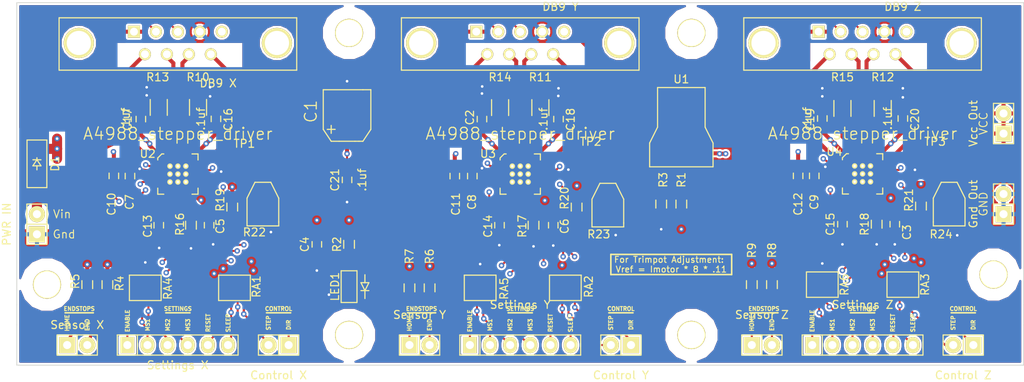
<source format=kicad_pcb>
(kicad_pcb (version 4) (host pcbnew "(2015-01-16 BZR 5376)-product")
  (layers (0 F.Cu signal) (1 In1.Cu signal hide) (2 In2.Cu signal hide) (31 B.Cu signal hide) (34 B.Paste user hide) (35 F.Paste user hide) (36 B.SilkS user) (37 F.SilkS user) (38 B.Mask user hide) (39 F.Mask user hide) (44 Edge.Cuts user))
  (net 0 "")
  (net 1 V+)
  (net 2 GND)
  (net 3 VCC)
  (net 4 "Net-(C7-Pad1)")
  (net 5 "Net-(C7-Pad2)")
  (net 6 "Net-(C8-Pad1)")
  (net 7 "Net-(C8-Pad2)")
  (net 8 "Net-(C9-Pad1)")
  (net 9 "Net-(C9-Pad2)")
  (net 10 "Net-(C10-Pad2)")
  (net 11 "Net-(C11-Pad2)")
  (net 12 "Net-(C12-Pad2)")
  (net 13 "Net-(C13-Pad2)")
  (net 14 "Net-(C14-Pad2)")
  (net 15 "Net-(C15-Pad2)")
  (net 16 PWR_IN)
  (net 17 sensor1_1)
  (net 18 sensor2_1)
  (net 19 "Net-(J1-Pad5)")
  (net 20 out1b_1)
  (net 21 out1a_1)
  (net 22 out2a_1)
  (net 23 out2b_1)
  (net 24 dir1)
  (net 25 step1)
  (net 26 dir2)
  (net 27 step2)
  (net 28 dir3)
  (net 29 step3)
  (net 30 ms1_1)
  (net 31 ms2_1)
  (net 32 ms3_1)
  (net 33 enable1)
  (net 34 reset1)
  (net 35 sleep1)
  (net 36 ms1_2)
  (net 37 ms2_2)
  (net 38 ms3_2)
  (net 39 enable2)
  (net 40 reset2)
  (net 41 sleep2)
  (net 42 ms1_3)
  (net 43 ms2_3)
  (net 44 ms3_3)
  (net 45 enable3)
  (net 46 reset3)
  (net 47 sleep3)
  (net 48 sensor2_2)
  (net 49 out1a_2)
  (net 50 sensor1_2)
  (net 51 out1b_2)
  (net 52 out2a_2)
  (net 53 out2b_2)
  (net 54 "Net-(J10-Pad5)")
  (net 55 sensor2_3)
  (net 56 sensor1_3)
  (net 57 "Net-(J15-Pad5)")
  (net 58 out1b_3)
  (net 59 out1a_3)
  (net 60 out2a_3)
  (net 61 out2b_3)
  (net 62 "Net-(LED1-Pad1)")
  (net 63 "Net-(R1-Pad1)")
  (net 64 "Net-(R10-Pad2)")
  (net 65 "Net-(R11-Pad2)")
  (net 66 "Net-(R12-Pad2)")
  (net 67 "Net-(R13-Pad2)")
  (net 68 "Net-(R14-Pad2)")
  (net 69 "Net-(R15-Pad2)")
  (net 70 "Net-(R16-Pad2)")
  (net 71 "Net-(R17-Pad2)")
  (net 72 "Net-(R18-Pad2)")
  (net 73 "Net-(R19-Pad1)")
  (net 74 "Net-(R20-Pad1)")
  (net 75 "Net-(R21-Pad1)")
  (net 76 ref1)
  (net 77 ref2)
  (net 78 ref3)
  (net 79 "Net-(U2-Pad7)")
  (net 80 "Net-(U2-Pad20)")
  (net 81 "Net-(U2-Pad25)")
  (net 82 "Net-(U3-Pad7)")
  (net 83 "Net-(U3-Pad20)")
  (net 84 "Net-(U3-Pad25)")
  (net 85 "Net-(U4-Pad7)")
  (net 86 "Net-(U4-Pad20)")
  (net 87 "Net-(U4-Pad25)")
  (module XYZ_footprints:PCE3929CT-ND (layer F.Cu) (at 122.936 60.198 180)
    (fp_text reference C1 (at 4.572 0.762 270) (layer F.SilkS) (effects (font (size 1.5 1.5))))
    (fp_text value 47uF hide)
    (pad 1 smd rect (at 0 -1.1 180) (size 1.5 2.2) (layers F.Cu F.Paste F.Mask) (net 1 V+))
    (pad 2 smd rect (at 0 1.7 180) (size 1.5 2.2) (layers F.Cu F.Paste F.Mask) (net 2 GND))
  )
  (module XYZ_footprints:C_0603_HandSoldering (layer F.Cu) (at 139.954 60.4012 270)
    (fp_text reference C2 (at -0.2032 1.524 270) (layer F.SilkS))
    (fp_text value .1uf hide)
    (pad 1 smd rect (at -0.95 0 270) (size 1.2 0.75) (layers F.Cu F.Paste F.Mask) (net 2 GND))
    (pad 2 smd rect (at 0.95 0 270) (size 1.2 0.75) (layers F.Cu F.Paste F.Mask) (net 1 V+))
  )
  (module XYZ_footprints:C_0603_HandSoldering (layer F.Cu) (at 192.024 73.66 90)
    (fp_text reference C3 (at -1.016 1.524 90) (layer F.SilkS))
    (fp_text value 1uF hide)
    (pad 1 smd rect (at -0.95 0 90) (size 1.2 0.75) (layers F.Cu F.Paste F.Mask) (net 2 GND))
    (pad 2 smd rect (at 0.95 0 90) (size 1.2 0.75) (layers F.Cu F.Paste F.Mask) (net 3 VCC))
  )
  (module XYZ_footprints:C_0603_HandSoldering (layer F.Cu) (at 119.126 76.2 270)
    (fp_text reference C4 (at 0 1.524 270) (layer F.SilkS))
    (fp_text value .1uf hide)
    (pad 1 smd rect (at -0.95 0 270) (size 1.2 0.75) (layers F.Cu F.Paste F.Mask) (net 3 VCC))
    (pad 2 smd rect (at 0.95 0 270) (size 1.2 0.75) (layers F.Cu F.Paste F.Mask) (net 2 GND))
  )
  (module XYZ_footprints:C_0603_HandSoldering (layer F.Cu) (at 105.537 73.787 270)
    (fp_text reference C5 (at 0.127 -1.397 270) (layer F.SilkS))
    (fp_text value .1uf hide)
    (pad 1 smd rect (at -0.95 0 270) (size 1.2 0.75) (layers F.Cu F.Paste F.Mask) (net 3 VCC))
    (pad 2 smd rect (at 0.95 0 270) (size 1.2 0.75) (layers F.Cu F.Paste F.Mask) (net 2 GND))
  )
  (module XYZ_footprints:C_0603_HandSoldering (layer F.Cu) (at 148.9456 73.787 270)
    (fp_text reference C6 (at 0.127 -1.4224 270) (layer F.SilkS))
    (fp_text value .1uf hide)
    (pad 1 smd rect (at -0.95 0 270) (size 1.2 0.75) (layers F.Cu F.Paste F.Mask) (net 3 VCC))
    (pad 2 smd rect (at 0.95 0 270) (size 1.2 0.75) (layers F.Cu F.Paste F.Mask) (net 2 GND))
  )
  (module XYZ_footprints:C_0603_HandSoldering (layer F.Cu) (at 95.5548 67.5894 270)
    (fp_text reference C7 (at 3.2766 0.0508 270) (layer F.SilkS))
    (fp_text value .1uf hide)
    (pad 1 smd rect (at -0.95 0 270) (size 1.2 0.75) (layers F.Cu F.Paste F.Mask) (net 4 "Net-(C7-Pad1)"))
    (pad 2 smd rect (at 0.95 0 270) (size 1.2 0.75) (layers F.Cu F.Paste F.Mask) (net 5 "Net-(C7-Pad2)"))
  )
  (module XYZ_footprints:C_0603_HandSoldering (layer F.Cu) (at 138.7348 67.5894 270)
    (fp_text reference C8 (at 3.2766 0.0508 270) (layer F.SilkS))
    (fp_text value .1uf hide)
    (pad 1 smd rect (at -0.95 0 270) (size 1.2 0.75) (layers F.Cu F.Paste F.Mask) (net 6 "Net-(C8-Pad1)"))
    (pad 2 smd rect (at 0.95 0 270) (size 1.2 0.75) (layers F.Cu F.Paste F.Mask) (net 7 "Net-(C8-Pad2)"))
  )
  (module XYZ_footprints:C_0603_HandSoldering (layer F.Cu) (at 181.864 67.564 270)
    (fp_text reference C9 (at 3.302 0 270) (layer F.SilkS))
    (fp_text value .1uf hide)
    (pad 1 smd rect (at -0.95 0 270) (size 1.2 0.75) (layers F.Cu F.Paste F.Mask) (net 8 "Net-(C9-Pad1)"))
    (pad 2 smd rect (at 0.95 0 270) (size 1.2 0.75) (layers F.Cu F.Paste F.Mask) (net 9 "Net-(C9-Pad2)"))
  )
  (module XYZ_footprints:C_0603_HandSoldering (layer F.Cu) (at 93.5228 67.564 270)
    (fp_text reference C10 (at 3.556 0.3048 270) (layer F.SilkS))
    (fp_text value .1uf hide)
    (pad 1 smd rect (at -0.95 0 270) (size 1.2 0.75) (layers F.Cu F.Paste F.Mask) (net 1 V+))
    (pad 2 smd rect (at 0.95 0 270) (size 1.2 0.75) (layers F.Cu F.Paste F.Mask) (net 10 "Net-(C10-Pad2)"))
  )
  (module XYZ_footprints:C_0603_HandSoldering (layer F.Cu) (at 136.525 67.5894 270)
    (fp_text reference C11 (at 3.5306 -0.127 270) (layer F.SilkS))
    (fp_text value .1uf hide)
    (pad 1 smd rect (at -0.95 0 270) (size 1.2 0.75) (layers F.Cu F.Paste F.Mask) (net 1 V+))
    (pad 2 smd rect (at 0.95 0 270) (size 1.2 0.75) (layers F.Cu F.Paste F.Mask) (net 11 "Net-(C11-Pad2)"))
  )
  (module XYZ_footprints:C_0603_HandSoldering (layer F.Cu) (at 179.832 67.564 270)
    (fp_text reference C12 (at 3.556 0 270) (layer F.SilkS))
    (fp_text value .1uf hide)
    (pad 1 smd rect (at -0.95 0 270) (size 1.2 0.75) (layers F.Cu F.Paste F.Mask) (net 1 V+))
    (pad 2 smd rect (at 0.95 0 270) (size 1.2 0.75) (layers F.Cu F.Paste F.Mask) (net 12 "Net-(C12-Pad2)"))
  )
  (module XYZ_footprints:C_0603_HandSoldering (layer F.Cu) (at 99.187 73.787 90)
    (fp_text reference C13 (at -0.127 -1.397 90) (layer F.SilkS))
    (fp_text value .22uF hide)
    (pad 1 smd rect (at -0.95 0 90) (size 1.2 0.75) (layers F.Cu F.Paste F.Mask) (net 2 GND))
    (pad 2 smd rect (at 0.95 0 90) (size 1.2 0.75) (layers F.Cu F.Paste F.Mask) (net 13 "Net-(C13-Pad2)"))
  )
  (module XYZ_footprints:C_0603_HandSoldering (layer F.Cu) (at 142.1638 73.787 90)
    (fp_text reference C14 (at -0.127 -1.4478 90) (layer F.SilkS))
    (fp_text value .22uF hide)
    (pad 1 smd rect (at -0.95 0 90) (size 1.2 0.75) (layers F.Cu F.Paste F.Mask) (net 2 GND))
    (pad 2 smd rect (at 0.95 0 90) (size 1.2 0.75) (layers F.Cu F.Paste F.Mask) (net 14 "Net-(C14-Pad2)"))
  )
  (module XYZ_footprints:C_0603_HandSoldering (layer F.Cu) (at 185.42 73.66 90)
    (fp_text reference C15 (at 0 -1.524 90) (layer F.SilkS))
    (fp_text value .22uF hide)
    (pad 1 smd rect (at -0.95 0 90) (size 1.2 0.75) (layers F.Cu F.Paste F.Mask) (net 2 GND))
    (pad 2 smd rect (at 0.95 0 90) (size 1.2 0.75) (layers F.Cu F.Paste F.Mask) (net 15 "Net-(C15-Pad2)"))
  )
  (module XYZ_footprints:DB9MD (layer F.Cu) (at 101.6 50.8)
    (fp_text reference J1 hide)
    (fp_text value "DB9 X" (at 5.08 5.08) (layer F.SilkS))
    (pad 0 thru_hole circle (at -12.495 0) (size 3.81 3.81) (drill 3.05) (layers *.Cu *.Mask F.SilkS))
    (pad 0 thru_hole circle (at 12.495 0) (size 3.81 3.81) (drill 3.05) (layers *.Cu *.Mask F.SilkS))
    (pad 1 thru_hole rect (at -5.54 -1.42) (size 1.524 1.524) (drill 1) (layers *.Cu *.Mask F.SilkS) (net 3 VCC))
    (pad 2 thru_hole circle (at -2.77 -1.42) (size 1.524 1.524) (drill 1) (layers *.Cu *.Mask F.SilkS) (net 17 sensor1_1))
    (pad 3 thru_hole circle (at 0 -1.397) (size 1.524 1.524) (drill 1.016) (layers *.Cu *.Mask F.SilkS) (net 18 sensor2_1))
    (pad 4 thru_hole circle (at 2.77 -1.42) (size 1.524 1.524) (drill 1) (layers *.Cu *.Mask F.SilkS) (net 2 GND))
    (pad 5 thru_hole circle (at 5.54 -1.42) (size 1.524 1.524) (drill 1) (layers *.Cu *.Mask F.SilkS) (net 19 "Net-(J1-Pad5)"))
    (pad 6 thru_hole circle (at -4.155 1.42) (size 1.524 1.524) (drill 1) (layers *.Cu *.Mask F.SilkS) (net 23 out2b_1))
    (pad 7 thru_hole circle (at -1.385 1.42) (size 1.524 1.524) (drill 1) (layers *.Cu *.Mask F.SilkS) (net 22 out2a_1))
    (pad 8 thru_hole circle (at 1.385 1.42) (size 1.524 1.524) (drill 1) (layers *.Cu *.Mask F.SilkS) (net 21 out1a_1))
    (pad 9 thru_hole circle (at 4.155 1.42) (size 1.524 1.524) (drill 1) (layers *.Cu *.Mask F.SilkS) (net 20 out1b_1))
  )
  (module XYZ_footprints:Pin_Header_Straight_1x02 (layer F.Cu) (at 114.3 88.9 180)
    (fp_text reference J2 hide)
    (fp_text value "Control X" (at 0 -3.81 180) (layer F.SilkS))
    (pad 1 thru_hole rect (at -1.27 0 180) (size 2.032 2.032) (drill 1.016) (layers *.Cu *.Mask F.SilkS) (net 24 dir1))
    (pad 2 thru_hole oval (at 1.27 0 180) (size 2.032 2.032) (drill 1.016) (layers *.Cu *.Mask F.SilkS) (net 25 step1))
  )
  (module XYZ_footprints:Pin_Header_Straight_1x02 (layer F.Cu) (at 157.48 88.9 180)
    (fp_text reference J3 hide)
    (fp_text value "Control Y" (at 0 -3.81 180) (layer F.SilkS))
    (pad 1 thru_hole rect (at -1.27 0 180) (size 2.032 2.032) (drill 1.016) (layers *.Cu *.Mask F.SilkS) (net 26 dir2))
    (pad 2 thru_hole oval (at 1.27 0 180) (size 2.032 2.032) (drill 1.016) (layers *.Cu *.Mask F.SilkS) (net 27 step2))
  )
  (module XYZ_footprints:Pin_Header_Straight_1x02 (layer F.Cu) (at 200.66 88.9 180)
    (fp_text reference J4 hide)
    (fp_text value "Control Z" (at 0 -3.81 180) (layer F.SilkS))
    (pad 1 thru_hole rect (at -1.27 0 180) (size 2.032 2.032) (drill 1.016) (layers *.Cu *.Mask F.SilkS) (net 28 dir3))
    (pad 2 thru_hole oval (at 1.27 0 180) (size 2.032 2.032) (drill 1.016) (layers *.Cu *.Mask F.SilkS) (net 29 step3))
  )
  (module XYZ_footprints:Pin_Header_Straight_1x02 (layer F.Cu) (at 83.82 73.66 90)
    (fp_text reference J5 hide)
    (fp_text value "PWR IN" (at 0 -3.81 90) (layer F.SilkS))
    (pad 1 thru_hole rect (at -1.27 0 90) (size 2.032 2.032) (drill 1.016) (layers *.Cu *.Mask F.SilkS) (net 2 GND))
    (pad 2 thru_hole oval (at 1.27 0 90) (size 2.032 2.032) (drill 1.016) (layers *.Cu *.Mask F.SilkS) (net 16 PWR_IN) (clearance 0.4826))
  )
  (module XYZ_footprints:Pin_Header_Straight_1x06 (layer F.Cu) (at 101.5746 88.9)
    (fp_text reference J6 hide)
    (fp_text value "Settings X" (at 0 2.54) (layer F.SilkS))
    (pad 1 thru_hole rect (at -6.35 0) (size 1.7272 2.032) (drill 1.016) (layers *.Cu *.Mask F.SilkS) (net 33 enable1))
    (pad 2 thru_hole oval (at -3.81 0) (size 1.7272 2.032) (drill 1.016) (layers *.Cu *.Mask F.SilkS) (net 30 ms1_1))
    (pad 3 thru_hole oval (at -1.27 0) (size 1.7272 2.032) (drill 1.016) (layers *.Cu *.Mask F.SilkS) (net 31 ms2_1))
    (pad 4 thru_hole oval (at 1.27 0) (size 1.7272 2.032) (drill 1.016) (layers *.Cu *.Mask F.SilkS) (net 32 ms3_1))
    (pad 5 thru_hole oval (at 3.81 0) (size 1.7272 2.032) (drill 1.016) (layers *.Cu *.Mask F.SilkS) (net 34 reset1))
    (pad 6 thru_hole oval (at 6.35 0) (size 1.7272 2.032) (drill 1.016) (layers *.Cu *.Mask F.SilkS) (net 35 sleep1))
  )
  (module XYZ_footprints:Pin_Header_Straight_1x06 (layer F.Cu) (at 144.78 88.9)
    (fp_text reference J7 hide)
    (fp_text value "Settings Y" (at 0 -5.08) (layer F.SilkS))
    (pad 1 thru_hole rect (at -6.35 0) (size 1.7272 2.032) (drill 1.016) (layers *.Cu *.Mask F.SilkS) (net 39 enable2))
    (pad 2 thru_hole oval (at -3.81 0) (size 1.7272 2.032) (drill 1.016) (layers *.Cu *.Mask F.SilkS) (net 36 ms1_2))
    (pad 3 thru_hole oval (at -1.27 0) (size 1.7272 2.032) (drill 1.016) (layers *.Cu *.Mask F.SilkS) (net 37 ms2_2))
    (pad 4 thru_hole oval (at 1.27 0) (size 1.7272 2.032) (drill 1.016) (layers *.Cu *.Mask F.SilkS) (net 38 ms3_2))
    (pad 5 thru_hole oval (at 3.81 0) (size 1.7272 2.032) (drill 1.016) (layers *.Cu *.Mask F.SilkS) (net 40 reset2))
    (pad 6 thru_hole oval (at 6.35 0) (size 1.7272 2.032) (drill 1.016) (layers *.Cu *.Mask F.SilkS) (net 41 sleep2))
  )
  (module XYZ_footprints:Pin_Header_Straight_1x06 (layer F.Cu) (at 187.96 88.9)
    (fp_text reference J8 hide)
    (fp_text value "Settings Z" (at 0 -5.08) (layer F.SilkS))
    (pad 1 thru_hole rect (at -6.35 0) (size 1.7272 2.032) (drill 1.016) (layers *.Cu *.Mask F.SilkS) (net 45 enable3))
    (pad 2 thru_hole oval (at -3.81 0) (size 1.7272 2.032) (drill 1.016) (layers *.Cu *.Mask F.SilkS) (net 42 ms1_3))
    (pad 3 thru_hole oval (at -1.27 0) (size 1.7272 2.032) (drill 1.016) (layers *.Cu *.Mask F.SilkS) (net 43 ms2_3))
    (pad 4 thru_hole oval (at 1.27 0) (size 1.7272 2.032) (drill 1.016) (layers *.Cu *.Mask F.SilkS) (net 44 ms3_3))
    (pad 5 thru_hole oval (at 3.81 0) (size 1.7272 2.032) (drill 1.016) (layers *.Cu *.Mask F.SilkS) (net 46 reset3))
    (pad 6 thru_hole oval (at 6.35 0) (size 1.7272 2.032) (drill 1.016) (layers *.Cu *.Mask F.SilkS) (net 47 sleep3))
  )
  (module XYZ_footprints:Pin_Header_Straight_1x02 (layer F.Cu) (at 205.74 60.96 90)
    (fp_text reference J9 hide)
    (fp_text value "Vcc Out" (at 0 -3.81 90) (layer F.SilkS))
    (pad 1 thru_hole rect (at -1.27 0 90) (size 2.032 2.032) (drill 1.016) (layers *.Cu *.Mask F.SilkS) (net 3 VCC))
    (pad 2 thru_hole oval (at 1.27 0 90) (size 2.032 2.032) (drill 1.016) (layers *.Cu *.Mask F.SilkS) (net 3 VCC))
  )
  (module XYZ_footprints:Pin_Header_Straight_1x02 (layer F.Cu) (at 205.74 71.12 90)
    (fp_text reference J11 hide)
    (fp_text value "Gnd Out" (at 0 -3.81 90) (layer F.SilkS))
    (pad 1 thru_hole rect (at -1.27 0 90) (size 2.032 2.032) (drill 1.016) (layers *.Cu *.Mask F.SilkS) (net 2 GND))
    (pad 2 thru_hole oval (at 1.27 0 90) (size 2.032 2.032) (drill 1.016) (layers *.Cu *.Mask F.SilkS) (net 2 GND))
  )
  (module XYZ_footprints:Pin_Header_Straight_1x02 (layer F.Cu) (at 88.9 88.9)
    (fp_text reference J12 hide)
    (fp_text value "Sensor X" (at 0 -2.54) (layer F.SilkS))
    (pad 1 thru_hole rect (at -1.27 0) (size 2.032 2.032) (drill 1.016) (layers *.Cu *.Mask F.SilkS) (net 18 sensor2_1))
    (pad 2 thru_hole oval (at 1.27 0) (size 2.032 2.032) (drill 1.016) (layers *.Cu *.Mask F.SilkS) (net 17 sensor1_1))
  )
  (module XYZ_footprints:Pin_Header_Straight_1x02 (layer F.Cu) (at 132.08 88.9)
    (fp_text reference J13 hide)
    (fp_text value "Sensor Y" (at 0 -3.81) (layer F.SilkS))
    (pad 1 thru_hole rect (at -1.27 0) (size 2.032 2.032) (drill 1.016) (layers *.Cu *.Mask F.SilkS) (net 48 sensor2_2))
    (pad 2 thru_hole oval (at 1.27 0) (size 2.032 2.032) (drill 1.016) (layers *.Cu *.Mask F.SilkS) (net 50 sensor1_2))
  )
  (module XYZ_footprints:Pin_Header_Straight_1x02 (layer F.Cu) (at 175.26 88.9)
    (fp_text reference J14 hide)
    (fp_text value "Sensor Z" (at 0 -3.81) (layer F.SilkS))
    (pad 1 thru_hole rect (at -1.27 0) (size 2.032 2.032) (drill 1.016) (layers *.Cu *.Mask F.SilkS) (net 55 sensor2_3))
    (pad 2 thru_hole oval (at 1.27 0) (size 2.032 2.032) (drill 1.016) (layers *.Cu *.Mask F.SilkS) (net 56 sensor1_3))
  )
  (module XYZ_footprints:DB9MD (layer F.Cu) (at 187.96 50.8)
    (fp_text reference J15 hide)
    (fp_text value "DB9 Z" (at 5.08 -4.572) (layer F.SilkS))
    (pad 0 thru_hole circle (at -12.495 0) (size 3.81 3.81) (drill 3.05) (layers *.Cu *.Mask F.SilkS))
    (pad 0 thru_hole circle (at 12.495 0) (size 3.81 3.81) (drill 3.05) (layers *.Cu *.Mask F.SilkS))
    (pad 1 thru_hole rect (at -5.54 -1.42) (size 1.524 1.524) (drill 1) (layers *.Cu *.Mask F.SilkS) (net 3 VCC))
    (pad 2 thru_hole circle (at -2.77 -1.42) (size 1.524 1.524) (drill 1) (layers *.Cu *.Mask F.SilkS) (net 56 sensor1_3))
    (pad 3 thru_hole circle (at 0 -1.397) (size 1.524 1.524) (drill 1.016) (layers *.Cu *.Mask F.SilkS) (net 55 sensor2_3))
    (pad 4 thru_hole circle (at 2.77 -1.42) (size 1.524 1.524) (drill 1) (layers *.Cu *.Mask F.SilkS) (net 2 GND))
    (pad 5 thru_hole circle (at 5.54 -1.42) (size 1.524 1.524) (drill 1) (layers *.Cu *.Mask F.SilkS) (net 57 "Net-(J15-Pad5)"))
    (pad 6 thru_hole circle (at -4.155 1.42) (size 1.524 1.524) (drill 1) (layers *.Cu *.Mask F.SilkS) (net 61 out2b_3))
    (pad 7 thru_hole circle (at -1.385 1.42) (size 1.524 1.524) (drill 1) (layers *.Cu *.Mask F.SilkS) (net 60 out2a_3))
    (pad 8 thru_hole circle (at 1.385 1.42) (size 1.524 1.524) (drill 1) (layers *.Cu *.Mask F.SilkS) (net 59 out1a_3))
    (pad 9 thru_hole circle (at 4.155 1.42) (size 1.524 1.524) (drill 1) (layers *.Cu *.Mask F.SilkS) (net 58 out1b_3))
  )
  (module XYZ_footprints:R_0603_HandSoldering (layer F.Cu) (at 165.1 71.12 270)
    (fp_text reference R1 (at -3.048 0 270) (layer F.SilkS))
    (fp_text value 240 hide)
    (pad 1 smd rect (at -1.1 0 270) (size 1.2 0.9) (layers F.Cu F.Paste F.Mask) (net 63 "Net-(R1-Pad1)"))
    (pad 2 smd rect (at 1.1 0 270) (size 1.2 0.9) (layers F.Cu F.Paste F.Mask) (net 3 VCC))
  )
  (module XYZ_footprints:R_0603_HandSoldering (layer F.Cu) (at 123.19 76.2 90)
    (fp_text reference R2 (at 0 -1.524 90) (layer F.SilkS))
    (fp_text value 1k hide)
    (pad 1 smd rect (at -1.1 0 90) (size 1.2 0.9) (layers F.Cu F.Paste F.Mask) (net 62 "Net-(LED1-Pad1)"))
    (pad 2 smd rect (at 1.1 0 90) (size 1.2 0.9) (layers F.Cu F.Paste F.Mask) (net 3 VCC))
  )
  (module XYZ_footprints:R_0603_HandSoldering (layer F.Cu) (at 162.56 71.12 90)
    (fp_text reference R3 (at 3.048 0.254 90) (layer F.SilkS))
    (fp_text value 715 hide)
    (pad 1 smd rect (at -1.1 0 90) (size 1.2 0.9) (layers F.Cu F.Paste F.Mask) (net 2 GND))
    (pad 2 smd rect (at 1.1 0 90) (size 1.2 0.9) (layers F.Cu F.Paste F.Mask) (net 63 "Net-(R1-Pad1)"))
  )
  (module XYZ_footprints:R_0603_HandSoldering (layer F.Cu) (at 92.71 81.28 90)
    (fp_text reference R4 (at 0.1524 1.524 90) (layer F.SilkS))
    (fp_text value 715 hide)
    (pad 1 smd rect (at -1.1 0 90) (size 1.2 0.9) (layers F.Cu F.Paste F.Mask) (net 17 sensor1_1))
    (pad 2 smd rect (at 1.1 0 90) (size 1.2 0.9) (layers F.Cu F.Paste F.Mask) (net 3 VCC))
  )
  (module XYZ_footprints:R_0603_HandSoldering (layer F.Cu) (at 90.17 81.28 90)
    (fp_text reference R5 (at 0.4064 -1.524 90) (layer F.SilkS))
    (fp_text value 715 hide)
    (pad 1 smd rect (at -1.1 0 90) (size 1.2 0.9) (layers F.Cu F.Paste F.Mask) (net 18 sensor2_1))
    (pad 2 smd rect (at 1.1 0 90) (size 1.2 0.9) (layers F.Cu F.Paste F.Mask) (net 3 VCC))
  )
  (module XYZ_footprints:R_0603_HandSoldering (layer F.Cu) (at 133.35 81.6864 90)
    (fp_text reference R6 (at 3.9624 0 90) (layer F.SilkS))
    (fp_text value 715 hide)
    (pad 1 smd rect (at -1.1 0 90) (size 1.2 0.9) (layers F.Cu F.Paste F.Mask) (net 50 sensor1_2))
    (pad 2 smd rect (at 1.1 0 90) (size 1.2 0.9) (layers F.Cu F.Paste F.Mask) (net 3 VCC))
  )
  (module XYZ_footprints:R_0603_HandSoldering (layer F.Cu) (at 130.81 81.6864 90)
    (fp_text reference R7 (at 3.9624 0 90) (layer F.SilkS))
    (fp_text value 715 hide)
    (pad 1 smd rect (at -1.1 0 90) (size 1.2 0.9) (layers F.Cu F.Paste F.Mask) (net 48 sensor2_2))
    (pad 2 smd rect (at 1.1 0 90) (size 1.2 0.9) (layers F.Cu F.Paste F.Mask) (net 3 VCC))
  )
  (module XYZ_footprints:R_0603_HandSoldering (layer F.Cu) (at 176.53 81.28 90)
    (fp_text reference R8 (at 4.318 0 90) (layer F.SilkS))
    (fp_text value 715 hide)
    (pad 1 smd rect (at -1.1 0 90) (size 1.2 0.9) (layers F.Cu F.Paste F.Mask) (net 56 sensor1_3))
    (pad 2 smd rect (at 1.1 0 90) (size 1.2 0.9) (layers F.Cu F.Paste F.Mask) (net 3 VCC))
  )
  (module XYZ_footprints:R_0603_HandSoldering (layer F.Cu) (at 173.99 81.28 90)
    (fp_text reference R9 (at 4.318 0 90) (layer F.SilkS))
    (fp_text value 715 hide)
    (pad 1 smd rect (at -1.1 0 90) (size 1.2 0.9) (layers F.Cu F.Paste F.Mask) (net 55 sensor2_3))
    (pad 2 smd rect (at 1.1 0 90) (size 1.2 0.9) (layers F.Cu F.Paste F.Mask) (net 3 VCC))
  )
  (module XYZ_footprints:R_1206_HandSoldering (layer F.Cu) (at 104.14 58.928 270)
    (fp_text reference R10 (at -3.81 0 360) (layer F.SilkS))
    (fp_text value .11 hide)
    (pad 1 smd rect (at -2 0 270) (size 2 1.7) (layers F.Cu F.Paste F.Mask) (net 2 GND))
    (pad 2 smd rect (at 2 0 270) (size 2 1.7) (layers F.Cu F.Paste F.Mask) (net 64 "Net-(R10-Pad2)"))
  )
  (module XYZ_footprints:R_1206_HandSoldering (layer F.Cu) (at 147.32 58.9534 270)
    (fp_text reference R11 (at -3.8354 0 360) (layer F.SilkS))
    (fp_text value .11 hide)
    (pad 1 smd rect (at -2 0 270) (size 2 1.7) (layers F.Cu F.Paste F.Mask) (net 2 GND))
    (pad 2 smd rect (at 2 0 270) (size 2 1.7) (layers F.Cu F.Paste F.Mask) (net 65 "Net-(R11-Pad2)"))
  )
  (module XYZ_footprints:R_1206_HandSoldering (layer F.Cu) (at 190.5 59.055 270)
    (fp_text reference R12 (at -3.937 0 360) (layer F.SilkS))
    (fp_text value .11 hide)
    (pad 1 smd rect (at -2 0 270) (size 2 1.7) (layers F.Cu F.Paste F.Mask) (net 2 GND))
    (pad 2 smd rect (at 2 0 270) (size 2 1.7) (layers F.Cu F.Paste F.Mask) (net 66 "Net-(R12-Pad2)"))
  )
  (module XYZ_footprints:R_1206_HandSoldering (layer F.Cu) (at 99.187 58.928 270)
    (fp_text reference R13 (at -3.81 0.127 360) (layer F.SilkS))
    (fp_text value .11 hide)
    (pad 1 smd rect (at -2 0 270) (size 2 1.7) (layers F.Cu F.Paste F.Mask) (net 2 GND))
    (pad 2 smd rect (at 2 0 270) (size 2 1.7) (layers F.Cu F.Paste F.Mask) (net 67 "Net-(R13-Pad2)"))
  )
  (module XYZ_footprints:R_1206_HandSoldering (layer F.Cu) (at 142.24 58.9534 270)
    (fp_text reference R14 (at -3.8354 0 360) (layer F.SilkS))
    (fp_text value .11 hide)
    (pad 1 smd rect (at -2 0 270) (size 2 1.7) (layers F.Cu F.Paste F.Mask) (net 2 GND))
    (pad 2 smd rect (at 2 0 270) (size 2 1.7) (layers F.Cu F.Paste F.Mask) (net 68 "Net-(R14-Pad2)"))
  )
  (module XYZ_footprints:R_1206_HandSoldering (layer F.Cu) (at 185.42 59.055 270)
    (fp_text reference R15 (at -3.937 0 360) (layer F.SilkS))
    (fp_text value .11 hide)
    (pad 1 smd rect (at -2 0 270) (size 2 1.7) (layers F.Cu F.Paste F.Mask) (net 2 GND))
    (pad 2 smd rect (at 2 0 270) (size 2 1.7) (layers F.Cu F.Paste F.Mask) (net 69 "Net-(R15-Pad2)"))
  )
  (module XYZ_footprints:R_0603_HandSoldering (layer F.Cu) (at 103.251 73.787 90)
    (fp_text reference R16 (at 0.127 -1.397 90) (layer F.SilkS))
    (fp_text value 20k hide)
    (pad 1 smd rect (at -1.1 0 90) (size 1.2 0.9) (layers F.Cu F.Paste F.Mask) (net 2 GND))
    (pad 2 smd rect (at 1.1 0 90) (size 1.2 0.9) (layers F.Cu F.Paste F.Mask) (net 70 "Net-(R16-Pad2)"))
  )
  (module XYZ_footprints:R_0603_HandSoldering (layer F.Cu) (at 146.4564 73.787 90)
    (fp_text reference R17 (at -0.127 -1.4224 90) (layer F.SilkS))
    (fp_text value 20k hide)
    (pad 1 smd rect (at -1.1 0 90) (size 1.2 0.9) (layers F.Cu F.Paste F.Mask) (net 2 GND))
    (pad 2 smd rect (at 1.1 0 90) (size 1.2 0.9) (layers F.Cu F.Paste F.Mask) (net 71 "Net-(R17-Pad2)"))
  )
  (module XYZ_footprints:R_0603_HandSoldering (layer F.Cu) (at 189.738 73.66 90)
    (fp_text reference R18 (at 0 -1.524 90) (layer F.SilkS))
    (fp_text value 20k hide)
    (pad 1 smd rect (at -1.1 0 90) (size 1.2 0.9) (layers F.Cu F.Paste F.Mask) (net 2 GND))
    (pad 2 smd rect (at 1.1 0 90) (size 1.2 0.9) (layers F.Cu F.Paste F.Mask) (net 72 "Net-(R18-Pad2)"))
  )
  (module XYZ_footprints:R_0603_HandSoldering (layer F.Cu) (at 108.458 71.501 90)
    (fp_text reference R19 (at 0.889 -1.524 90) (layer F.SilkS))
    (fp_text value 2.49k hide)
    (pad 1 smd rect (at -1.1 0 90) (size 1.2 0.9) (layers F.Cu F.Paste F.Mask) (net 73 "Net-(R19-Pad1)"))
    (pad 2 smd rect (at 1.1 0 90) (size 1.2 0.9) (layers F.Cu F.Paste F.Mask) (net 3 VCC))
  )
  (module XYZ_footprints:R_0603_HandSoldering (layer F.Cu) (at 151.892 71.501 90)
    (fp_text reference R20 (at 1.143 -1.524 90) (layer F.SilkS))
    (fp_text value 2.49k hide)
    (pad 1 smd rect (at -1.1 0 90) (size 1.2 0.9) (layers F.Cu F.Paste F.Mask) (net 74 "Net-(R20-Pad1)"))
    (pad 2 smd rect (at 1.1 0 90) (size 1.2 0.9) (layers F.Cu F.Paste F.Mask) (net 3 VCC))
  )
  (module XYZ_footprints:R_0603_HandSoldering (layer F.Cu) (at 195.326 71.374 90)
    (fp_text reference R21 (at 0.762 -1.524 90) (layer F.SilkS))
    (fp_text value 2.49k hide)
    (pad 1 smd rect (at -1.1 0 90) (size 1.2 0.9) (layers F.Cu F.Paste F.Mask) (net 75 "Net-(R21-Pad1)"))
    (pad 2 smd rect (at 1.1 0 90) (size 1.2 0.9) (layers F.Cu F.Paste F.Mask) (net 3 VCC))
  )
  (module XYZ_footprints:CAT16-203J4LFCT-ND (layer F.Cu) (at 108.7374 81.6864 180)
    (fp_text reference RA1 (at -2.7686 0.1524 270) (layer F.SilkS))
    (fp_text value 20k hide)
    (pad 1 smd rect (at 1.2 -0.8 180) (size 0.4 0.8) (layers F.Cu F.Paste F.Mask) (net 34 reset1))
    (pad 2 smd rect (at 0.4 -0.8 180) (size 0.4 0.8) (layers F.Cu F.Paste F.Mask) (net 35 sleep1))
    (pad 3 smd rect (at -0.4 -0.8 180) (size 0.4 0.8) (layers F.Cu F.Paste F.Mask) (net 25 step1))
    (pad 4 smd rect (at -1.2 -0.8 180) (size 0.4 0.8) (layers F.Cu F.Paste F.Mask) (net 24 dir1))
    (pad 5 smd rect (at -1.2 0.8 180) (size 0.4 0.8) (layers F.Cu F.Paste F.Mask) (net 3 VCC))
    (pad 6 smd rect (at -0.4 0.8 180) (size 0.4 0.8) (layers F.Cu F.Paste F.Mask) (net 3 VCC))
    (pad 7 smd rect (at 0.4 0.8 180) (size 0.4 0.8) (layers F.Cu F.Paste F.Mask) (net 3 VCC))
    (pad 8 smd rect (at 1.2 0.8 180) (size 0.4 0.8) (layers F.Cu F.Paste F.Mask) (net 3 VCC))
  )
  (module XYZ_footprints:CAT16-203J4LFCT-ND (layer F.Cu) (at 150.4696 81.6864 180)
    (fp_text reference RA2 (at -2.9464 0.1524 270) (layer F.SilkS))
    (fp_text value 20k hide)
    (pad 1 smd rect (at 1.2 -0.8 180) (size 0.4 0.8) (layers F.Cu F.Paste F.Mask) (net 40 reset2))
    (pad 2 smd rect (at 0.4 -0.8 180) (size 0.4 0.8) (layers F.Cu F.Paste F.Mask) (net 41 sleep2))
    (pad 3 smd rect (at -0.4 -0.8 180) (size 0.4 0.8) (layers F.Cu F.Paste F.Mask) (net 27 step2))
    (pad 4 smd rect (at -1.2 -0.8 180) (size 0.4 0.8) (layers F.Cu F.Paste F.Mask) (net 26 dir2))
    (pad 5 smd rect (at -1.2 0.8 180) (size 0.4 0.8) (layers F.Cu F.Paste F.Mask) (net 3 VCC))
    (pad 6 smd rect (at -0.4 0.8 180) (size 0.4 0.8) (layers F.Cu F.Paste F.Mask) (net 3 VCC))
    (pad 7 smd rect (at 0.4 0.8 180) (size 0.4 0.8) (layers F.Cu F.Paste F.Mask) (net 3 VCC))
    (pad 8 smd rect (at 1.2 0.8 180) (size 0.4 0.8) (layers F.Cu F.Paste F.Mask) (net 3 VCC))
  )
  (module XYZ_footprints:CAT16-203J4LFCT-ND (layer F.Cu) (at 193.04 81.28 180)
    (fp_text reference RA3 (at -2.794 0 270) (layer F.SilkS))
    (fp_text value 20k hide)
    (pad 1 smd rect (at 1.2 -0.8 180) (size 0.4 0.8) (layers F.Cu F.Paste F.Mask) (net 46 reset3))
    (pad 2 smd rect (at 0.4 -0.8 180) (size 0.4 0.8) (layers F.Cu F.Paste F.Mask) (net 47 sleep3))
    (pad 3 smd rect (at -0.4 -0.8 180) (size 0.4 0.8) (layers F.Cu F.Paste F.Mask) (net 29 step3))
    (pad 4 smd rect (at -1.2 -0.8 180) (size 0.4 0.8) (layers F.Cu F.Paste F.Mask) (net 28 dir3))
    (pad 5 smd rect (at -1.2 0.8 180) (size 0.4 0.8) (layers F.Cu F.Paste F.Mask) (net 3 VCC))
    (pad 6 smd rect (at -0.4 0.8 180) (size 0.4 0.8) (layers F.Cu F.Paste F.Mask) (net 3 VCC))
    (pad 7 smd rect (at 0.4 0.8 180) (size 0.4 0.8) (layers F.Cu F.Paste F.Mask) (net 3 VCC))
    (pad 8 smd rect (at 1.2 0.8 180) (size 0.4 0.8) (layers F.Cu F.Paste F.Mask) (net 3 VCC))
  )
  (module XYZ_footprints:CAT16-203J4LFCT-ND (layer F.Cu) (at 97.4852 81.6864)
    (fp_text reference RA4 (at 2.8448 0.1016 90) (layer F.SilkS))
    (fp_text value 20k hide)
    (pad 1 smd rect (at 1.2 -0.8) (size 0.4 0.8) (layers F.Cu F.Paste F.Mask) (net 2 GND))
    (pad 2 smd rect (at 0.4 -0.8) (size 0.4 0.8) (layers F.Cu F.Paste F.Mask) (net 2 GND))
    (pad 3 smd rect (at -0.4 -0.8) (size 0.4 0.8) (layers F.Cu F.Paste F.Mask) (net 2 GND))
    (pad 4 smd rect (at -1.2 -0.8) (size 0.4 0.8) (layers F.Cu F.Paste F.Mask) (net 2 GND))
    (pad 5 smd rect (at -1.2 0.8) (size 0.4 0.8) (layers F.Cu F.Paste F.Mask) (net 33 enable1))
    (pad 6 smd rect (at -0.4 0.8) (size 0.4 0.8) (layers F.Cu F.Paste F.Mask) (net 30 ms1_1))
    (pad 7 smd rect (at 0.4 0.8) (size 0.4 0.8) (layers F.Cu F.Paste F.Mask) (net 31 ms2_1))
    (pad 8 smd rect (at 1.2 0.8) (size 0.4 0.8) (layers F.Cu F.Paste F.Mask) (net 32 ms3_1))
  )
  (module XYZ_footprints:CAT16-203J4LFCT-ND (layer F.Cu) (at 139.7254 81.6864)
    (fp_text reference RA5 (at 3.0226 0.1016 90) (layer F.SilkS))
    (fp_text value 20k hide)
    (pad 1 smd rect (at 1.2 -0.8) (size 0.4 0.8) (layers F.Cu F.Paste F.Mask) (net 2 GND))
    (pad 2 smd rect (at 0.4 -0.8) (size 0.4 0.8) (layers F.Cu F.Paste F.Mask) (net 2 GND))
    (pad 3 smd rect (at -0.4 -0.8) (size 0.4 0.8) (layers F.Cu F.Paste F.Mask) (net 2 GND))
    (pad 4 smd rect (at -1.2 -0.8) (size 0.4 0.8) (layers F.Cu F.Paste F.Mask) (net 2 GND))
    (pad 5 smd rect (at -1.2 0.8) (size 0.4 0.8) (layers F.Cu F.Paste F.Mask) (net 39 enable2))
    (pad 6 smd rect (at -0.4 0.8) (size 0.4 0.8) (layers F.Cu F.Paste F.Mask) (net 36 ms1_2))
    (pad 7 smd rect (at 0.4 0.8) (size 0.4 0.8) (layers F.Cu F.Paste F.Mask) (net 37 ms2_2))
    (pad 8 smd rect (at 1.2 0.8) (size 0.4 0.8) (layers F.Cu F.Paste F.Mask) (net 38 ms3_2))
  )
  (module XYZ_footprints:CAT16-203J4LFCT-ND (layer F.Cu) (at 182.88 81.28)
    (fp_text reference RA6 (at 2.794 0 90) (layer F.SilkS))
    (fp_text value 20k hide)
    (pad 1 smd rect (at 1.2 -0.8) (size 0.4 0.8) (layers F.Cu F.Paste F.Mask) (net 2 GND))
    (pad 2 smd rect (at 0.4 -0.8) (size 0.4 0.8) (layers F.Cu F.Paste F.Mask) (net 2 GND))
    (pad 3 smd rect (at -0.4 -0.8) (size 0.4 0.8) (layers F.Cu F.Paste F.Mask) (net 2 GND))
    (pad 4 smd rect (at -1.2 -0.8) (size 0.4 0.8) (layers F.Cu F.Paste F.Mask) (net 2 GND))
    (pad 5 smd rect (at -1.2 0.8) (size 0.4 0.8) (layers F.Cu F.Paste F.Mask) (net 45 enable3))
    (pad 6 smd rect (at -0.4 0.8) (size 0.4 0.8) (layers F.Cu F.Paste F.Mask) (net 42 ms1_3))
    (pad 7 smd rect (at 0.4 0.8) (size 0.4 0.8) (layers F.Cu F.Paste F.Mask) (net 43 ms2_3))
    (pad 8 smd rect (at 1.2 0.8) (size 0.4 0.8) (layers F.Cu F.Paste F.Mask) (net 44 ms3_3))
  )
  (module Measurement_Points:Measurement_Point_Square-SMD-Pad_Big (layer F.Cu) (at 109.8804 65.659)
    (fp_text reference TP1 (at 0.1016 -2.159) (layer F.SilkS))
    (fp_text value Test_point hide)
    (pad 1 smd rect (at 0 0) (size 2.99974 2.99974) (layers F.Cu F.Paste F.Mask) (net 76 ref1))
  )
  (module Measurement_Points:Measurement_Point_Square-SMD-Pad_Big (layer F.Cu) (at 153.6192 65.7098)
    (fp_text reference TP2 (at 0.0508 -2.4638) (layer F.SilkS))
    (fp_text value Test_point hide)
    (pad 1 smd rect (at 0 0) (size 2.99974 2.99974) (layers F.Cu F.Paste F.Mask) (net 77 ref2))
  )
  (module Measurement_Points:Measurement_Point_Square-SMD-Pad_Big (layer F.Cu) (at 197.104 65.786)
    (fp_text reference TP3 (at 0 -2.54) (layer F.SilkS))
    (fp_text value Test_point hide)
    (pad 1 smd rect (at 0 0) (size 2.99974 2.99974) (layers F.Cu F.Paste F.Mask) (net 78 ref3))
  )
  (module XYZ_footprints:voltage_regulator_sot223 (layer F.Cu) (at 165.1 58.42)
    (fp_text reference U1 (at 0 -3.048) (layer F.SilkS))
    (fp_text value LM317MSTT3G_Voltage_Regulator hide)
    (pad 4 smd rect (at 0 0) (size 3.8 2) (layers F.Cu F.Paste F.Mask) (net 3 VCC))
    (pad 1 smd rect (at -2.3 6.3) (size 1.5 2) (layers F.Cu F.Paste F.Mask) (net 63 "Net-(R1-Pad1)"))
    (pad 2 smd rect (at 0 6.3) (size 1.5 2) (layers F.Cu F.Paste F.Mask) (net 3 VCC))
    (pad 3 smd rect (at 2.3 6.3) (size 1.5 2) (layers F.Cu F.Paste F.Mask) (net 1 V+))
  )
  (module XYZ_footprints:TC33X-103ECT-ND (layer F.Cu) (at 112.3188 71.374)
    (fp_text reference R22 (at -1.0668 3.302) (layer F.SilkS))
    (fp_text value 10k hide)
    (pad 2 smd rect (at 0 -1.45) (size 1.6 1.5) (layers F.Cu F.Paste F.Mask) (net 76 ref1))
    (pad 3 smd rect (at 1 1.2) (size 1.2 1.2) (layers F.Cu F.Paste F.Mask) (net 2 GND))
    (pad 1 smd rect (at -1 1.2) (size 1.2 1.2) (layers F.Cu F.Paste F.Mask) (net 73 "Net-(R19-Pad1)"))
  )
  (module XYZ_footprints:TC33X-103ECT-ND (layer F.Cu) (at 155.829 71.501)
    (fp_text reference R23 (at -1.143 3.429) (layer F.SilkS))
    (fp_text value 10k hide)
    (pad 2 smd rect (at 0 -1.45) (size 1.6 1.5) (layers F.Cu F.Paste F.Mask) (net 77 ref2))
    (pad 3 smd rect (at 1 1.2) (size 1.2 1.2) (layers F.Cu F.Paste F.Mask) (net 2 GND))
    (pad 1 smd rect (at -1 1.2) (size 1.2 1.2) (layers F.Cu F.Paste F.Mask) (net 74 "Net-(R20-Pad1)"))
  )
  (module XYZ_footprints:TC33X-103ECT-ND (layer F.Cu) (at 198.882 71.374)
    (fp_text reference R24 (at -1.016 3.556) (layer F.SilkS))
    (fp_text value 10k hide)
    (pad 2 smd rect (at 0 -1.45) (size 1.6 1.5) (layers F.Cu F.Paste F.Mask) (net 78 ref3))
    (pad 3 smd rect (at 1 1.2) (size 1.2 1.2) (layers F.Cu F.Paste F.Mask) (net 2 GND))
    (pad 1 smd rect (at -1 1.2) (size 1.2 1.2) (layers F.Cu F.Paste F.Mask) (net 75 "Net-(R21-Pad1)"))
  )
  (module XYZ_footprints:DB9MD (layer F.Cu) (at 144.78 50.8)
    (fp_text reference J10 hide)
    (fp_text value "DB9 Y" (at 5.08 -4.572) (layer F.SilkS))
    (pad 0 thru_hole circle (at -12.495 0) (size 3.81 3.81) (drill 3.05) (layers *.Cu *.Mask F.SilkS))
    (pad 0 thru_hole circle (at 12.495 0) (size 3.81 3.81) (drill 3.05) (layers *.Cu *.Mask F.SilkS))
    (pad 1 thru_hole rect (at -5.54 -1.42) (size 1.524 1.524) (drill 1) (layers *.Cu *.Mask F.SilkS) (net 3 VCC))
    (pad 2 thru_hole circle (at -2.77 -1.42) (size 1.524 1.524) (drill 1) (layers *.Cu *.Mask F.SilkS) (net 50 sensor1_2))
    (pad 3 thru_hole circle (at 0 -1.397) (size 1.524 1.524) (drill 1.016) (layers *.Cu *.Mask F.SilkS) (net 48 sensor2_2))
    (pad 4 thru_hole circle (at 2.77 -1.42) (size 1.524 1.524) (drill 1) (layers *.Cu *.Mask F.SilkS) (net 2 GND))
    (pad 5 thru_hole circle (at 5.54 -1.42) (size 1.524 1.524) (drill 1) (layers *.Cu *.Mask F.SilkS) (net 54 "Net-(J10-Pad5)"))
    (pad 6 thru_hole circle (at -4.155 1.42) (size 1.524 1.524) (drill 1) (layers *.Cu *.Mask F.SilkS) (net 53 out2b_2))
    (pad 7 thru_hole circle (at -1.385 1.42) (size 1.524 1.524) (drill 1) (layers *.Cu *.Mask F.SilkS) (net 52 out2a_2))
    (pad 8 thru_hole circle (at 1.385 1.42) (size 1.524 1.524) (drill 1) (layers *.Cu *.Mask F.SilkS) (net 49 out1a_2))
    (pad 9 thru_hole circle (at 4.155 1.42) (size 1.524 1.524) (drill 1) (layers *.Cu *.Mask F.SilkS) (net 51 out1b_2))
  )
  (module XYZ_footprints:LGR971-KN-1 (layer F.Cu) (at 123.19 81.534 270)
    (fp_text reference LED1 (at 0 1.778 270) (layer F.SilkS))
    (fp_text value "PWR LED" hide)
    (pad 1 smd rect (at -1.05 0 270) (size 1.2 1.2) (layers F.Cu F.Paste F.Mask) (net 62 "Net-(LED1-Pad1)"))
    (pad 2 smd rect (at 1.05 0 270) (size 1.2 1.2) (layers F.Cu F.Paste F.Mask) (net 2 GND))
  )
  (module XYZ_footprints:Qfn_28_A4988_with_thermal_vias (layer F.Cu) (at 187.96 67.31)
    (fp_text reference U4 (at -3.556 -2.794) (layer F.SilkS))
    (fp_text value A4988_stepper_driver (at 0 -5.08) (layer F.SilkS) (effects (font (size 1.5 1.5))))
    (pad 29 smd rect (at 0 0) (size 3.15 3.15) (layers F.Cu F.Paste F.Mask) (net 2 GND))
    (pad 1 smd rect (at -2.4 -1.5) (size 1.15 0.3) (layers F.Cu F.Paste F.Mask) (net 61 out2b_3))
    (pad 2 smd rect (at -2.4 -1) (size 1.15 0.3) (layers F.Cu F.Paste F.Mask) (net 45 enable3))
    (pad 3 smd rect (at -2.4 -0.5) (size 1.15 0.3) (layers F.Cu F.Paste F.Mask) (net 2 GND))
    (pad 4 smd rect (at -2.4 0) (size 1.15 0.3) (layers F.Cu F.Paste F.Mask) (net 8 "Net-(C9-Pad1)"))
    (pad 5 smd rect (at -2.4 0.5) (size 1.15 0.3) (layers F.Cu F.Paste F.Mask) (net 9 "Net-(C9-Pad2)"))
    (pad 6 smd rect (at -2.4 1) (size 1.15 0.3) (layers F.Cu F.Paste F.Mask) (net 12 "Net-(C12-Pad2)"))
    (pad 7 smd rect (at -2.4 1.5) (size 1.15 0.3) (layers F.Cu F.Paste F.Mask) (net 85 "Net-(U4-Pad7)"))
    (pad 15 smd rect (at 2.4 1.5) (size 1.15 0.3) (layers F.Cu F.Paste F.Mask) (net 3 VCC))
    (pad 16 smd rect (at 2.4 1) (size 1.15 0.3) (layers F.Cu F.Paste F.Mask) (net 29 step3))
    (pad 17 smd rect (at 2.4 0.5) (size 1.15 0.3) (layers F.Cu F.Paste F.Mask) (net 78 ref3))
    (pad 18 smd rect (at 2.4 0) (size 1.15 0.3) (layers F.Cu F.Paste F.Mask) (net 2 GND))
    (pad 19 smd rect (at 2.4 -0.5) (size 1.15 0.3) (layers F.Cu F.Paste F.Mask) (net 28 dir3))
    (pad 20 smd rect (at 2.4 -1) (size 1.15 0.3) (layers F.Cu F.Paste F.Mask) (net 86 "Net-(U4-Pad20)"))
    (pad 21 smd rect (at 2.4 -1.5) (size 1.15 0.3) (layers F.Cu F.Paste F.Mask) (net 58 out1b_3))
    (pad 8 smd rect (at -1.5 2.4) (size 0.3 1.15) (layers F.Cu F.Paste F.Mask) (net 15 "Net-(C15-Pad2)"))
    (pad 9 smd rect (at -1 2.4) (size 0.3 1.15) (layers F.Cu F.Paste F.Mask) (net 42 ms1_3))
    (pad 10 smd rect (at -0.5 2.4) (size 0.3 1.15) (layers F.Cu F.Paste F.Mask) (net 43 ms2_3))
    (pad 11 smd rect (at 0 2.4) (size 0.3 1.15) (layers F.Cu F.Paste F.Mask) (net 44 ms3_3))
    (pad 12 smd rect (at 0.5 2.4) (size 0.3 1.15) (layers F.Cu F.Paste F.Mask) (net 46 reset3))
    (pad 13 smd rect (at 1 2.4) (size 0.3 1.15) (layers F.Cu F.Paste F.Mask) (net 72 "Net-(R18-Pad2)"))
    (pad 14 smd rect (at 1.5 2.4) (size 0.3 1.15) (layers F.Cu F.Paste F.Mask) (net 47 sleep3))
    (pad 22 smd rect (at 1.5 -2.4) (size 0.3 1.15) (layers F.Cu F.Paste F.Mask) (net 1 V+))
    (pad 23 smd rect (at 1 -2.4) (size 0.3 1.15) (layers F.Cu F.Paste F.Mask) (net 66 "Net-(R12-Pad2)"))
    (pad 24 smd rect (at 0.5 -2.4) (size 0.3 1.15) (layers F.Cu F.Paste F.Mask) (net 59 out1a_3))
    (pad 25 smd rect (at 0 -2.4) (size 0.3 1.15) (layers F.Cu F.Paste F.Mask) (net 87 "Net-(U4-Pad25)"))
    (pad 26 smd rect (at -0.5 -2.4) (size 0.3 1.15) (layers F.Cu F.Paste F.Mask) (net 60 out2a_3))
    (pad 27 smd rect (at -1 -2.4) (size 0.3 1.15) (layers F.Cu F.Paste F.Mask) (net 69 "Net-(R15-Pad2)"))
    (pad 28 smd rect (at -1.5 -2.4) (size 0.3 1.15) (layers F.Cu F.Paste F.Mask) (net 1 V+))
    (pad 29 thru_hole circle (at -1 -1) (size 0.6858 0.6858) (drill 0.3302) (layers *.Cu *.Mask F.SilkS) (net 2 GND))
    (pad 29 thru_hole circle (at 0 -1) (size 0.6858 0.6858) (drill 0.3302) (layers *.Cu *.Mask F.SilkS) (net 2 GND))
    (pad 29 thru_hole circle (at 1 -1) (size 0.6858 0.6858) (drill 0.3302) (layers *.Cu *.Mask F.SilkS) (net 2 GND))
    (pad 29 thru_hole circle (at -1 0) (size 0.6858 0.6858) (drill 0.3302) (layers *.Cu *.Mask F.SilkS) (net 2 GND))
    (pad 29 thru_hole circle (at 0 0) (size 0.6858 0.6858) (drill 0.3302) (layers *.Cu *.Mask F.SilkS) (net 2 GND))
    (pad 29 thru_hole circle (at 1 0) (size 0.6858 0.6858) (drill 0.3302) (layers *.Cu *.Mask F.SilkS) (net 2 GND))
    (pad 29 thru_hole circle (at 1 1) (size 0.6858 0.6858) (drill 0.3302) (layers *.Cu *.Mask F.SilkS) (net 2 GND))
    (pad 29 thru_hole circle (at 0 1) (size 0.6858 0.6858) (drill 0.3302) (layers *.Cu *.Mask F.SilkS) (net 2 GND))
    (pad 29 thru_hole circle (at -1 1) (size 0.6858 0.6858) (drill 0.3302) (layers *.Cu *.Mask F.SilkS) (net 2 GND))
  )
  (module XYZ_footprints:Qfn_28_A4988_with_thermal_vias (layer F.Cu) (at 144.78 67.3354)
    (fp_text reference U3 (at -4.064 -2.5654) (layer F.SilkS))
    (fp_text value A4988_stepper_driver (at 0 -5.08) (layer F.SilkS) (effects (font (size 1.5 1.5))))
    (pad 29 smd rect (at 0 0) (size 3.15 3.15) (layers F.Cu F.Paste F.Mask) (net 2 GND))
    (pad 1 smd rect (at -2.4 -1.5) (size 1.15 0.3) (layers F.Cu F.Paste F.Mask) (net 53 out2b_2))
    (pad 2 smd rect (at -2.4 -1) (size 1.15 0.3) (layers F.Cu F.Paste F.Mask) (net 39 enable2))
    (pad 3 smd rect (at -2.4 -0.5) (size 1.15 0.3) (layers F.Cu F.Paste F.Mask) (net 2 GND))
    (pad 4 smd rect (at -2.4 0) (size 1.15 0.3) (layers F.Cu F.Paste F.Mask) (net 6 "Net-(C8-Pad1)"))
    (pad 5 smd rect (at -2.4 0.5) (size 1.15 0.3) (layers F.Cu F.Paste F.Mask) (net 7 "Net-(C8-Pad2)"))
    (pad 6 smd rect (at -2.4 1) (size 1.15 0.3) (layers F.Cu F.Paste F.Mask) (net 11 "Net-(C11-Pad2)"))
    (pad 7 smd rect (at -2.4 1.5) (size 1.15 0.3) (layers F.Cu F.Paste F.Mask) (net 82 "Net-(U3-Pad7)"))
    (pad 15 smd rect (at 2.4 1.5) (size 1.15 0.3) (layers F.Cu F.Paste F.Mask) (net 3 VCC))
    (pad 16 smd rect (at 2.4 1) (size 1.15 0.3) (layers F.Cu F.Paste F.Mask) (net 27 step2))
    (pad 17 smd rect (at 2.4 0.5) (size 1.15 0.3) (layers F.Cu F.Paste F.Mask) (net 77 ref2))
    (pad 18 smd rect (at 2.4 0) (size 1.15 0.3) (layers F.Cu F.Paste F.Mask) (net 2 GND))
    (pad 19 smd rect (at 2.4 -0.5) (size 1.15 0.3) (layers F.Cu F.Paste F.Mask) (net 26 dir2))
    (pad 20 smd rect (at 2.4 -1) (size 1.15 0.3) (layers F.Cu F.Paste F.Mask) (net 83 "Net-(U3-Pad20)"))
    (pad 21 smd rect (at 2.4 -1.5) (size 1.15 0.3) (layers F.Cu F.Paste F.Mask) (net 51 out1b_2))
    (pad 8 smd rect (at -1.5 2.4) (size 0.3 1.15) (layers F.Cu F.Paste F.Mask) (net 14 "Net-(C14-Pad2)"))
    (pad 9 smd rect (at -1 2.4) (size 0.3 1.15) (layers F.Cu F.Paste F.Mask) (net 36 ms1_2))
    (pad 10 smd rect (at -0.5 2.4) (size 0.3 1.15) (layers F.Cu F.Paste F.Mask) (net 37 ms2_2))
    (pad 11 smd rect (at 0 2.4) (size 0.3 1.15) (layers F.Cu F.Paste F.Mask) (net 38 ms3_2))
    (pad 12 smd rect (at 0.5 2.4) (size 0.3 1.15) (layers F.Cu F.Paste F.Mask) (net 40 reset2))
    (pad 13 smd rect (at 1 2.4) (size 0.3 1.15) (layers F.Cu F.Paste F.Mask) (net 71 "Net-(R17-Pad2)"))
    (pad 14 smd rect (at 1.5 2.4) (size 0.3 1.15) (layers F.Cu F.Paste F.Mask) (net 41 sleep2))
    (pad 22 smd rect (at 1.5 -2.4) (size 0.3 1.15) (layers F.Cu F.Paste F.Mask) (net 1 V+))
    (pad 23 smd rect (at 1 -2.4) (size 0.3 1.15) (layers F.Cu F.Paste F.Mask) (net 65 "Net-(R11-Pad2)"))
    (pad 24 smd rect (at 0.5 -2.4) (size 0.3 1.15) (layers F.Cu F.Paste F.Mask) (net 49 out1a_2))
    (pad 25 smd rect (at 0 -2.4) (size 0.3 1.15) (layers F.Cu F.Paste F.Mask) (net 84 "Net-(U3-Pad25)"))
    (pad 26 smd rect (at -0.5 -2.4) (size 0.3 1.15) (layers F.Cu F.Paste F.Mask) (net 52 out2a_2))
    (pad 27 smd rect (at -1 -2.4) (size 0.3 1.15) (layers F.Cu F.Paste F.Mask) (net 68 "Net-(R14-Pad2)"))
    (pad 28 smd rect (at -1.5 -2.4) (size 0.3 1.15) (layers F.Cu F.Paste F.Mask) (net 1 V+))
    (pad 29 thru_hole circle (at -1 -1) (size 0.6858 0.6858) (drill 0.3302) (layers *.Cu *.Mask F.SilkS) (net 2 GND))
    (pad 29 thru_hole circle (at 0 -1) (size 0.6858 0.6858) (drill 0.3302) (layers *.Cu *.Mask F.SilkS) (net 2 GND))
    (pad 29 thru_hole circle (at 1 -1) (size 0.6858 0.6858) (drill 0.3302) (layers *.Cu *.Mask F.SilkS) (net 2 GND))
    (pad 29 thru_hole circle (at -1 0) (size 0.6858 0.6858) (drill 0.3302) (layers *.Cu *.Mask F.SilkS) (net 2 GND))
    (pad 29 thru_hole circle (at 0 0) (size 0.6858 0.6858) (drill 0.3302) (layers *.Cu *.Mask F.SilkS) (net 2 GND))
    (pad 29 thru_hole circle (at 1 0) (size 0.6858 0.6858) (drill 0.3302) (layers *.Cu *.Mask F.SilkS) (net 2 GND))
    (pad 29 thru_hole circle (at 1 1) (size 0.6858 0.6858) (drill 0.3302) (layers *.Cu *.Mask F.SilkS) (net 2 GND))
    (pad 29 thru_hole circle (at 0 1) (size 0.6858 0.6858) (drill 0.3302) (layers *.Cu *.Mask F.SilkS) (net 2 GND))
    (pad 29 thru_hole circle (at -1 1) (size 0.6858 0.6858) (drill 0.3302) (layers *.Cu *.Mask F.SilkS) (net 2 GND))
  )
  (module XYZ_footprints:Qfn_28_A4988_with_thermal_vias (layer F.Cu) (at 101.6 67.3354)
    (fp_text reference U2 (at -3.81 -2.5654) (layer F.SilkS))
    (fp_text value A4988_stepper_driver (at 0 -5.08) (layer F.SilkS) (effects (font (size 1.5 1.5))))
    (pad 29 smd rect (at 0 0) (size 3.15 3.15) (layers F.Cu F.Paste F.Mask) (net 2 GND))
    (pad 1 smd rect (at -2.4 -1.5) (size 1.15 0.3) (layers F.Cu F.Paste F.Mask) (net 23 out2b_1))
    (pad 2 smd rect (at -2.4 -1) (size 1.15 0.3) (layers F.Cu F.Paste F.Mask) (net 33 enable1))
    (pad 3 smd rect (at -2.4 -0.5) (size 1.15 0.3) (layers F.Cu F.Paste F.Mask) (net 2 GND))
    (pad 4 smd rect (at -2.4 0) (size 1.15 0.3) (layers F.Cu F.Paste F.Mask) (net 4 "Net-(C7-Pad1)"))
    (pad 5 smd rect (at -2.4 0.5) (size 1.15 0.3) (layers F.Cu F.Paste F.Mask) (net 5 "Net-(C7-Pad2)"))
    (pad 6 smd rect (at -2.4 1) (size 1.15 0.3) (layers F.Cu F.Paste F.Mask) (net 10 "Net-(C10-Pad2)"))
    (pad 7 smd rect (at -2.4 1.5) (size 1.15 0.3) (layers F.Cu F.Paste F.Mask) (net 79 "Net-(U2-Pad7)"))
    (pad 15 smd rect (at 2.4 1.5) (size 1.15 0.3) (layers F.Cu F.Paste F.Mask) (net 3 VCC))
    (pad 16 smd rect (at 2.4 1) (size 1.15 0.3) (layers F.Cu F.Paste F.Mask) (net 25 step1))
    (pad 17 smd rect (at 2.4 0.5) (size 1.15 0.3) (layers F.Cu F.Paste F.Mask) (net 76 ref1))
    (pad 18 smd rect (at 2.4 0) (size 1.15 0.3) (layers F.Cu F.Paste F.Mask) (net 2 GND))
    (pad 19 smd rect (at 2.4 -0.5) (size 1.15 0.3) (layers F.Cu F.Paste F.Mask) (net 24 dir1))
    (pad 20 smd rect (at 2.4 -1) (size 1.15 0.3) (layers F.Cu F.Paste F.Mask) (net 80 "Net-(U2-Pad20)"))
    (pad 21 smd rect (at 2.4 -1.5) (size 1.15 0.3) (layers F.Cu F.Paste F.Mask) (net 20 out1b_1))
    (pad 8 smd rect (at -1.5 2.4) (size 0.3 1.15) (layers F.Cu F.Paste F.Mask) (net 13 "Net-(C13-Pad2)"))
    (pad 9 smd rect (at -1 2.4) (size 0.3 1.15) (layers F.Cu F.Paste F.Mask) (net 30 ms1_1))
    (pad 10 smd rect (at -0.5 2.4) (size 0.3 1.15) (layers F.Cu F.Paste F.Mask) (net 31 ms2_1))
    (pad 11 smd rect (at 0 2.4) (size 0.3 1.15) (layers F.Cu F.Paste F.Mask) (net 32 ms3_1))
    (pad 12 smd rect (at 0.5 2.4) (size 0.3 1.15) (layers F.Cu F.Paste F.Mask) (net 34 reset1))
    (pad 13 smd rect (at 1 2.4) (size 0.3 1.15) (layers F.Cu F.Paste F.Mask) (net 70 "Net-(R16-Pad2)"))
    (pad 14 smd rect (at 1.5 2.4) (size 0.3 1.15) (layers F.Cu F.Paste F.Mask) (net 35 sleep1))
    (pad 22 smd rect (at 1.5 -2.4) (size 0.3 1.15) (layers F.Cu F.Paste F.Mask) (net 1 V+))
    (pad 23 smd rect (at 1 -2.4) (size 0.3 1.15) (layers F.Cu F.Paste F.Mask) (net 64 "Net-(R10-Pad2)"))
    (pad 24 smd rect (at 0.5 -2.4) (size 0.3 1.15) (layers F.Cu F.Paste F.Mask) (net 21 out1a_1))
    (pad 25 smd rect (at 0 -2.4) (size 0.3 1.15) (layers F.Cu F.Paste F.Mask) (net 81 "Net-(U2-Pad25)"))
    (pad 26 smd rect (at -0.5 -2.4) (size 0.3 1.15) (layers F.Cu F.Paste F.Mask) (net 22 out2a_1))
    (pad 27 smd rect (at -1 -2.4) (size 0.3 1.15) (layers F.Cu F.Paste F.Mask) (net 67 "Net-(R13-Pad2)"))
    (pad 28 smd rect (at -1.5 -2.4) (size 0.3 1.15) (layers F.Cu F.Paste F.Mask) (net 1 V+))
    (pad 29 thru_hole circle (at -1 -1) (size 0.6858 0.6858) (drill 0.3302) (layers *.Cu *.Mask F.SilkS) (net 2 GND))
    (pad 29 thru_hole circle (at 0 -1) (size 0.6858 0.6858) (drill 0.3302) (layers *.Cu *.Mask F.SilkS) (net 2 GND))
    (pad 29 thru_hole circle (at 1 -1) (size 0.6858 0.6858) (drill 0.3302) (layers *.Cu *.Mask F.SilkS) (net 2 GND))
    (pad 29 thru_hole circle (at -1 0) (size 0.6858 0.6858) (drill 0.3302) (layers *.Cu *.Mask F.SilkS) (net 2 GND))
    (pad 29 thru_hole circle (at 0 0) (size 0.6858 0.6858) (drill 0.3302) (layers *.Cu *.Mask F.SilkS) (net 2 GND))
    (pad 29 thru_hole circle (at 1 0) (size 0.6858 0.6858) (drill 0.3302) (layers *.Cu *.Mask F.SilkS) (net 2 GND))
    (pad 29 thru_hole circle (at 1 1) (size 0.6858 0.6858) (drill 0.3302) (layers *.Cu *.Mask F.SilkS) (net 2 GND))
    (pad 29 thru_hole circle (at 0 1) (size 0.6858 0.6858) (drill 0.3302) (layers *.Cu *.Mask F.SilkS) (net 2 GND))
    (pad 29 thru_hole circle (at -1 1) (size 0.6858 0.6858) (drill 0.3302) (layers *.Cu *.Mask F.SilkS) (net 2 GND))
  )
  (module XYZ_footprints:C_0603_HandSoldering (layer F.Cu) (at 106.4006 60.3758 270)
    (fp_text reference C16 (at 0.0762 -1.5494 270) (layer F.SilkS))
    (fp_text value .1uf (at 0 1.9 270) (layer F.SilkS))
    (pad 1 smd rect (at -0.95 0 270) (size 1.2 0.75) (layers F.Cu F.Paste F.Mask) (net 2 GND))
    (pad 2 smd rect (at 0.95 0 270) (size 1.2 0.75) (layers F.Cu F.Paste F.Mask) (net 1 V+))
  )
  (module XYZ_footprints:C_0603_HandSoldering (layer F.Cu) (at 96.9264 60.4012 270)
    (fp_text reference C17 (at 0.0508 1.6764 270) (layer F.SilkS))
    (fp_text value .1uf (at 0 1.9 270) (layer F.SilkS))
    (pad 1 smd rect (at -0.95 0 270) (size 1.2 0.75) (layers F.Cu F.Paste F.Mask) (net 2 GND))
    (pad 2 smd rect (at 0.95 0 270) (size 1.2 0.75) (layers F.Cu F.Paste F.Mask) (net 1 V+))
  )
  (module XYZ_footprints:C_0603_HandSoldering (layer F.Cu) (at 149.606 60.4012 270)
    (fp_text reference C18 (at 0.0508 -1.524 270) (layer F.SilkS))
    (fp_text value .1uf (at 0 1.9 270) (layer F.SilkS))
    (pad 1 smd rect (at -0.95 0 270) (size 1.2 0.75) (layers F.Cu F.Paste F.Mask) (net 2 GND))
    (pad 2 smd rect (at 0.95 0 270) (size 1.2 0.75) (layers F.Cu F.Paste F.Mask) (net 1 V+))
  )
  (module XYZ_footprints:C_0603_HandSoldering (layer F.Cu) (at 182.88 60.325 270)
    (fp_text reference C19 (at 0.127 1.524 270) (layer F.SilkS))
    (fp_text value .1uf (at 0 1.9 270) (layer F.SilkS))
    (pad 1 smd rect (at -0.95 0 270) (size 1.2 0.75) (layers F.Cu F.Paste F.Mask) (net 2 GND))
    (pad 2 smd rect (at 0.95 0 270) (size 1.2 0.75) (layers F.Cu F.Paste F.Mask) (net 1 V+))
  )
  (module XYZ_footprints:C_0603_HandSoldering (layer F.Cu) (at 193.04 60.325 270)
    (fp_text reference C20 (at 0.127 -1.524 270) (layer F.SilkS))
    (fp_text value .1uf (at 0 1.9 270) (layer F.SilkS))
    (pad 1 smd rect (at -0.95 0 270) (size 1.2 0.75) (layers F.Cu F.Paste F.Mask) (net 2 GND))
    (pad 2 smd rect (at 0.95 0 270) (size 1.2 0.75) (layers F.Cu F.Paste F.Mask) (net 1 V+))
  )
  (module XYZ_footprints:C_0603_HandSoldering (layer F.Cu) (at 122.936 68.072 90)
    (fp_text reference C21 (at 0 -1.524 90) (layer F.SilkS))
    (fp_text value .1uf (at 0 1.9 90) (layer F.SilkS))
    (pad 1 smd rect (at -0.95 0 90) (size 1.2 0.75) (layers F.Cu F.Paste F.Mask) (net 2 GND))
    (pad 2 smd rect (at 0.95 0 90) (size 1.2 0.75) (layers F.Cu F.Paste F.Mask) (net 1 V+))
  )
  (module XYZ_footprints:mounting_hole_0_13_in (layer F.Cu) (at 166.37 87.63)
    (fp_text reference "mounting hole0_13" hide)
    (fp_text value VAL** hide)
    (pad 1 thru_hole circle (at 0 0) (size 3.556 3.556) (drill 3.302) (layers *.Cu *.Mask F.SilkS) (clearance 1.524))
  )
  (module XYZ_footprints:mounting_hole_0_13_in (layer F.Cu) (at 123.19 49.53)
    (fp_text reference "mounting hole0_13" hide)
    (fp_text value VAL** hide)
    (pad 1 thru_hole circle (at 0 0) (size 3.556 3.556) (drill 3.302) (layers *.Cu *.Mask F.SilkS) (clearance 1.524))
  )
  (module XYZ_footprints:mounting_hole_0_13_in (layer F.Cu) (at 123.19 87.63)
    (fp_text reference "mounting hole0_13" hide)
    (fp_text value VAL** hide)
    (pad 1 thru_hole circle (at 0 0) (size 3.556 3.556) (drill 3.302) (layers *.Cu *.Mask F.SilkS) (clearance 1.524))
  )
  (module XYZ_footprints:mounting_hole_0_13_in (layer F.Cu) (at 166.37 49.53)
    (fp_text reference "mounting hole0_13" hide)
    (fp_text value VAL** hide)
    (pad 1 thru_hole circle (at 0 0) (size 3.556 3.556) (drill 3.302) (layers *.Cu *.Mask F.SilkS) (clearance 1.524))
  )
  (module XYZ_footprints:mounting_hole_0_13_in (layer F.Cu) (at 204.47 80.01)
    (fp_text reference "mounting hole0_13" hide)
    (fp_text value VAL** hide)
    (pad 1 thru_hole circle (at 0 0) (size 3.556 3.556) (drill 3.302) (layers *.Cu *.Mask F.SilkS) (clearance 1.524))
  )
  (module XYZ_footprints:mounting_hole_0_13_in (layer F.Cu) (at 85.09 81.28)
    (fp_text reference "mounting hole0_13" hide)
    (fp_text value VAL** hide)
    (pad 1 thru_hole circle (at 0 0) (size 3.556 3.556) (drill 3.302) (layers *.Cu *.Mask F.SilkS) (clearance 1.524))
  )
  (module XYZ_footprints:SD2010S040S3R0 (layer F.Cu) (at 83.82 66.04 90)
    (fp_text reference D1 (at 0 2.286 90) (layer F.SilkS))
    (fp_text value DIODE hide)
    (pad 1 smd rect (at -1.885 0 90) (size 1.37 1.47) (layers F.Cu F.Paste F.Mask) (net 16 PWR_IN))
    (pad 2 smd rect (at 1.885 0 90) (size 1.37 1.47) (layers F.Cu F.Paste F.Mask) (net 1 V+))
  )
  (gr_text "Gnd " (at 87.63 74.93) (layer F.SilkS) (effects (font (size 1.016 1.016) (thickness 0.127))))
  (gr_text Vin (at 86.995 72.39) (layer F.SilkS) (effects (font (size 1.016 1.016) (thickness 0.127))))
  (gr_line (start 171.45 77.47) (end 156.21 77.47) (angle 90) (layer F.SilkS) (width 0.2))
  (gr_line (start 171.45 80.01) (end 171.45 77.47) (angle 90) (layer F.SilkS) (width 0.2))
  (gr_line (start 156.21 80.01) (end 171.45 80.01) (angle 90) (layer F.SilkS) (width 0.2))
  (gr_line (start 156.21 77.47) (end 156.21 80.01) (angle 90) (layer F.SilkS) (width 0.2))
  (gr_text "For Trimpot Adjustment: \nVref = Imotor * 8 * .11" (at 163.83 78.74) (layer F.SilkS) (effects (font (size 0.762 0.762) (thickness 0.127))))
  (gr_text VCC (at 203.2 60.96 90) (layer F.SilkS) (effects (font (size 1.016 1.016) (thickness 0.127))))
  (gr_text GND (at 203.2 71.12 90) (layer F.SilkS) (effects (font (size 1.016 1.016) (thickness 0.127))))
  (gr_line (start 112.776 84.836) (end 115.824 84.836) (angle 90) (layer F.SilkS) (width 0.2))
  (gr_text CONTROL (at 114.3 84.328) (layer F.SilkS) (effects (font (size 0.508 0.508) (thickness 0.127))))
  (gr_line (start 100.076 84.836) (end 103.124 84.836) (angle 90) (layer F.SilkS) (width 0.2))
  (gr_text SETTINGS (at 101.6 84.328) (layer F.SilkS) (effects (font (size 0.508 0.508) (thickness 0.127))))
  (gr_line (start 87.376 84.836) (end 90.932 84.836) (angle 90) (layer F.SilkS) (width 0.2))
  (gr_text ENDSTOPS (at 89.154 84.328) (layer F.SilkS) (effects (font (size 0.508 0.508) (thickness 0.127))))
  (gr_text END (at 90.17 86.36 90) (layer F.SilkS) (effects (font (size 0.508 0.508) (thickness 0.127))))
  (gr_text "HOME\n" (at 87.63 86.106 90) (layer F.SilkS) (effects (font (size 0.508 0.508) (thickness 0.127))))
  (gr_text "DIR\n" (at 115.57 86.36 90) (layer F.SilkS) (effects (font (size 0.508 0.508) (thickness 0.127))))
  (gr_text STEP (at 113.03 86.106 90) (layer F.SilkS) (effects (font (size 0.508 0.508) (thickness 0.127))))
  (gr_text "ENABLE\n" (at 95.25 85.852 90) (layer F.SilkS) (effects (font (size 0.508 0.508) (thickness 0.127))))
  (gr_text "SLEEP\n" (at 107.95 86.106 90) (layer F.SilkS) (effects (font (size 0.508 0.508) (thickness 0.127))))
  (gr_text RESET (at 105.41 86.106 90) (layer F.SilkS) (effects (font (size 0.508 0.508) (thickness 0.127))))
  (gr_text MS3 (at 102.87 86.36 90) (layer F.SilkS) (effects (font (size 0.508 0.508) (thickness 0.127))))
  (gr_text MS2 (at 100.33 86.36 90) (layer F.SilkS) (effects (font (size 0.508 0.508) (thickness 0.127))))
  (gr_text MS1 (at 97.79 86.36 90) (layer F.SilkS) (effects (font (size 0.508 0.508) (thickness 0.127))))
  (gr_text MS1 (at 140.97 86.36 90) (layer F.SilkS) (effects (font (size 0.508 0.508) (thickness 0.127))))
  (gr_text MS2 (at 143.51 86.36 90) (layer F.SilkS) (effects (font (size 0.508 0.508) (thickness 0.127))))
  (gr_text MS3 (at 146.05 86.36 90) (layer F.SilkS) (effects (font (size 0.508 0.508) (thickness 0.127))))
  (gr_text RESET (at 148.59 86.106 90) (layer F.SilkS) (effects (font (size 0.508 0.508) (thickness 0.127))))
  (gr_text "SLEEP\n" (at 151.13 86.106 90) (layer F.SilkS) (effects (font (size 0.508 0.508) (thickness 0.127))))
  (gr_text "ENABLE\n" (at 138.43 85.852 90) (layer F.SilkS) (effects (font (size 0.508 0.508) (thickness 0.127))))
  (gr_text STEP (at 156.21 86.106 90) (layer F.SilkS) (effects (font (size 0.508 0.508) (thickness 0.127))))
  (gr_text "DIR\n" (at 158.75 86.36 90) (layer F.SilkS) (effects (font (size 0.508 0.508) (thickness 0.127))))
  (gr_text "HOME\n" (at 130.81 86.106 90) (layer F.SilkS) (effects (font (size 0.508 0.508) (thickness 0.127))))
  (gr_text END (at 133.35 86.36 90) (layer F.SilkS) (effects (font (size 0.508 0.508) (thickness 0.127))))
  (gr_text ENDSTOPS (at 132.334 84.328) (layer F.SilkS) (effects (font (size 0.508 0.508) (thickness 0.127))))
  (gr_line (start 130.556 84.836) (end 134.112 84.836) (angle 90) (layer F.SilkS) (width 0.2))
  (gr_text SETTINGS (at 144.78 84.328) (layer F.SilkS) (effects (font (size 0.508 0.508) (thickness 0.127))))
  (gr_line (start 143.256 84.836) (end 146.304 84.836) (angle 90) (layer F.SilkS) (width 0.2))
  (gr_text CONTROL (at 157.48 84.328) (layer F.SilkS) (effects (font (size 0.508 0.508) (thickness 0.127))))
  (gr_line (start 155.956 84.836) (end 159.004 84.836) (angle 90) (layer F.SilkS) (width 0.2))
  (gr_line (start 199.136 84.836) (end 202.184 84.836) (angle 90) (layer F.SilkS) (width 0.2))
  (gr_text CONTROL (at 200.66 84.328) (layer F.SilkS) (effects (font (size 0.508 0.508) (thickness 0.127))))
  (gr_line (start 186.436 84.836) (end 189.484 84.836) (angle 90) (layer F.SilkS) (width 0.2))
  (gr_text SETTINGS (at 187.96 84.328) (layer F.SilkS) (effects (font (size 0.508 0.508) (thickness 0.127))))
  (gr_line (start 173.736 84.836) (end 177.292 84.836) (angle 90) (layer F.SilkS) (width 0.2))
  (gr_text ENDSTOPS (at 175.514 84.328) (layer F.SilkS) (effects (font (size 0.508 0.508) (thickness 0.127))))
  (gr_text END (at 176.53 86.36 90) (layer F.SilkS) (effects (font (size 0.508 0.508) (thickness 0.127))))
  (gr_text "HOME\n" (at 173.99 86.106 90) (layer F.SilkS) (effects (font (size 0.508 0.508) (thickness 0.127))))
  (gr_text "DIR\n" (at 201.93 86.36 90) (layer F.SilkS) (effects (font (size 0.508 0.508) (thickness 0.127))))
  (gr_text STEP (at 199.39 86.106 90) (layer F.SilkS) (effects (font (size 0.508 0.508) (thickness 0.127))))
  (gr_text "ENABLE\n" (at 181.61 85.852 90) (layer F.SilkS) (effects (font (size 0.508 0.508) (thickness 0.127))))
  (gr_text "SLEEP\n" (at 194.31 86.106 90) (layer F.SilkS) (effects (font (size 0.508 0.508) (thickness 0.127))))
  (gr_text RESET (at 191.77 86.106 90) (layer F.SilkS) (effects (font (size 0.508 0.508) (thickness 0.127))))
  (gr_text MS3 (at 189.23 86.36 90) (layer F.SilkS) (effects (font (size 0.508 0.508) (thickness 0.127))))
  (gr_text MS2 (at 186.69 86.36 90) (layer F.SilkS) (effects (font (size 0.508 0.508) (thickness 0.127))))
  (gr_text MS1 (at 184.15 86.36 90) (layer F.SilkS) (effects (font (size 0.508 0.508) (thickness 0.127))))
  (gr_line (start 208.28 91.44) (end 208.28 86.36) (angle 90) (layer Edge.Cuts) (width 0.1))
  (gr_line (start 81.28 86.36) (end 81.28 91.44) (angle 90) (layer Edge.Cuts) (width 0.1))
  (gr_line (start 81.28 91.44) (end 208.28 91.44) (angle 90) (layer Edge.Cuts) (width 0.1))
  (gr_line (start 208.28 86.36) (end 208.28 83.82) (angle 90) (layer Edge.Cuts) (width 0.1))
  (gr_line (start 81.28 83.82) (end 81.28 86.36) (angle 90) (layer Edge.Cuts) (width 0.1))
  (gr_line (start 81.28 83.82) (end 81.28 45.72) (angle 90) (layer Edge.Cuts) (width 0.1))
  (gr_line (start 101.6 45.72) (end 81.28 45.72) (angle 90) (layer Edge.Cuts) (width 0.1))
  (gr_line (start 208.28 45.72) (end 208.28 83.82) (angle 90) (layer Edge.Cuts) (width 0.1))
  (gr_line (start 101.6 45.72) (end 208.28 45.72) (angle 90) (layer Edge.Cuts) (width 0.1))
  (segment (start 122.936 61.298) (end 122.936 64.77) (width 0.508) (layer F.Cu) (net 1))
  (segment (start 122.936 67.122) (end 122.936 64.77) (width 0.254) (layer F.Cu) (net 1))
  (via (at 122.936 64.77) (size 0.6858) (drill 0.3302) (layers F.Cu B.Cu) (net 1))
  (segment (start 192.024 62.992) (end 191.516 63.5) (width 0.508) (layer F.Cu) (net 1))
  (via (at 191.516 63.5) (size 0.6858) (drill 0.3302) (layers F.Cu B.Cu) (net 1))
  (via (at 192.024 62.992) (size 0.6858) (drill 0.3302) (layers F.Cu B.Cu) (net 1))
  (segment (start 184.404 63.5) (end 183.896 62.992) (width 0.508) (layer F.Cu) (net 1))
  (via (at 183.896 62.992) (size 0.6858) (drill 0.3302) (layers F.Cu B.Cu) (net 1))
  (segment (start 98.044 63.5) (end 97.536 62.992) (width 0.508) (layer F.Cu) (net 1))
  (via (at 97.536 62.992) (size 0.6858) (drill 0.3302) (layers F.Cu B.Cu) (net 1))
  (segment (start 105.156 63.5) (end 105.664 62.992) (width 0.508) (layer F.Cu) (net 1))
  (via (at 105.664 62.992) (size 0.6858) (drill 0.3302) (layers F.Cu B.Cu) (net 1))
  (segment (start 141.224 63.5) (end 140.716 62.992) (width 0.508) (layer F.Cu) (net 1))
  (via (at 140.716 62.992) (size 0.6858) (drill 0.3302) (layers F.Cu B.Cu) (net 1))
  (segment (start 148.336 63.5) (end 148.844 62.992) (width 0.508) (layer F.Cu) (net 1))
  (via (at 148.844 62.992) (size 0.6858) (drill 0.3302) (layers F.Cu B.Cu) (net 1))
  (segment (start 170.688 64.77) (end 169.926 64.77) (width 0.508) (layer F.Cu) (net 1))
  (via (at 170.688 64.77) (size 0.6858) (drill 0.3302) (layers F.Cu B.Cu) (net 1))
  (segment (start 167.4 64.72) (end 169.876 64.72) (width 0.508) (layer F.Cu) (net 1))
  (via (at 169.926 64.77) (size 0.6858) (drill 0.3302) (layers F.Cu B.Cu) (net 1))
  (segment (start 169.876 64.72) (end 169.926 64.77) (width 0.508) (layer F.Cu) (net 1))
  (segment (start 193.04 61.275) (end 193.04 61.976) (width 0.508) (layer F.Cu) (net 1))
  (segment (start 193.04 61.976) (end 191.516 63.5) (width 0.508) (layer F.Cu) (net 1))
  (segment (start 189.46 64.91) (end 190.106 64.91) (width 0.254) (layer F.Cu) (net 1))
  (segment (start 190.106 64.91) (end 191.516 63.5) (width 0.508) (layer F.Cu) (net 1))
  (segment (start 182.88 61.275) (end 182.88 61.976) (width 0.508) (layer F.Cu) (net 1))
  (segment (start 182.88 61.976) (end 184.404 63.5) (width 0.508) (layer F.Cu) (net 1))
  (segment (start 186.46 64.91) (end 185.814 64.91) (width 0.254) (layer F.Cu) (net 1))
  (via (at 184.404 63.5) (size 0.6858) (drill 0.3302) (layers F.Cu B.Cu) (net 1))
  (segment (start 185.814 64.91) (end 184.404 63.5) (width 0.508) (layer F.Cu) (net 1))
  (segment (start 179.832 66.614) (end 179.832 64.516) (width 0.508) (layer F.Cu) (net 1))
  (via (at 179.832 64.516) (size 0.6858) (drill 0.3302) (layers F.Cu B.Cu) (net 1))
  (segment (start 149.606 61.3512) (end 149.606 62.23) (width 0.508) (layer F.Cu) (net 1))
  (segment (start 149.606 62.23) (end 148.336 63.5) (width 0.508) (layer F.Cu) (net 1))
  (segment (start 146.28 64.9354) (end 146.9006 64.9354) (width 0.254) (layer F.Cu) (net 1))
  (via (at 148.336 63.5) (size 0.6858) (drill 0.3302) (layers F.Cu B.Cu) (net 1))
  (segment (start 146.9006 64.9354) (end 148.336 63.5) (width 0.508) (layer F.Cu) (net 1))
  (segment (start 139.954 61.3512) (end 139.954 62.23) (width 0.508) (layer F.Cu) (net 1))
  (segment (start 139.954 62.23) (end 141.224 63.5) (width 0.508) (layer F.Cu) (net 1))
  (segment (start 143.28 64.9354) (end 142.6594 64.9354) (width 0.254) (layer F.Cu) (net 1))
  (via (at 141.224 63.5) (size 0.6858) (drill 0.3302) (layers F.Cu B.Cu) (net 1))
  (segment (start 142.6594 64.9354) (end 141.224 63.5) (width 0.508) (layer F.Cu) (net 1))
  (segment (start 136.525 66.6394) (end 136.525 64.897) (width 0.508) (layer F.Cu) (net 1))
  (via (at 136.652 64.77) (size 0.6858) (drill 0.3302) (layers F.Cu B.Cu) (net 1))
  (segment (start 136.525 64.897) (end 136.652 64.77) (width 0.508) (layer F.Cu) (net 1))
  (segment (start 106.4006 61.3258) (end 106.4006 62.2554) (width 0.508) (layer F.Cu) (net 1))
  (segment (start 106.4006 62.2554) (end 105.156 63.5) (width 0.508) (layer F.Cu) (net 1))
  (segment (start 103.1 64.9354) (end 103.7206 64.9354) (width 0.254) (layer F.Cu) (net 1))
  (via (at 105.156 63.5) (size 0.6858) (drill 0.3302) (layers F.Cu B.Cu) (net 1))
  (segment (start 103.7206 64.9354) (end 105.156 63.5) (width 0.508) (layer F.Cu) (net 1))
  (segment (start 100.1 64.9354) (end 99.2254 64.9354) (width 0.254) (layer F.Cu) (net 1))
  (segment (start 98.044 63.754) (end 98.044 63.5) (width 0.508) (layer F.Cu) (net 1))
  (segment (start 99.2254 64.9354) (end 98.044 63.754) (width 0.508) (layer F.Cu) (net 1))
  (segment (start 96.9264 61.3512) (end 96.9264 62.3824) (width 0.508) (layer F.Cu) (net 1))
  (via (at 98.044 63.5) (size 0.6858) (drill 0.3302) (layers F.Cu B.Cu) (net 1))
  (segment (start 96.9264 62.3824) (end 98.044 63.5) (width 0.508) (layer F.Cu) (net 1))
  (segment (start 93.5228 66.614) (end 93.5228 64.5668) (width 0.508) (layer F.Cu) (net 1))
  (via (at 93.472 64.516) (size 0.6858) (drill 0.3302) (layers F.Cu B.Cu) (net 1))
  (segment (start 93.5228 64.5668) (end 93.472 64.516) (width 0.508) (layer F.Cu) (net 1))
  (via (at 86.36 62.865) (size 0.6858) (drill 0.3302) (layers F.Cu B.Cu) (net 1))
  (segment (start 86.36 64.135) (end 86.36 62.865) (width 1.27) (layer F.Cu) (net 1))
  (via (at 86.36 64.135) (size 0.6858) (drill 0.3302) (layers F.Cu B.Cu) (net 1))
  (segment (start 86.36 65.405) (end 86.36 64.135) (width 1.27) (layer F.Cu) (net 1))
  (segment (start 86.34 64.155) (end 86.36 64.135) (width 1.27) (layer F.Cu) (net 1))
  (segment (start 86.34 64.155) (end 83.82 64.155) (width 1.27) (layer F.Cu) (net 1))
  (via (at 86.36 65.405) (size 0.6858) (drill 0.3302) (layers F.Cu B.Cu) (net 1))
  (segment (start 122.936 58.498) (end 122.936 55.626) (width 0.508) (layer F.Cu) (net 2))
  (via (at 122.936 55.626) (size 0.6858) (drill 0.3302) (layers F.Cu B.Cu) (net 2))
  (segment (start 122.936 69.022) (end 122.936 70.866) (width 0.254) (layer F.Cu) (net 2))
  (via (at 122.936 70.866) (size 0.6858) (drill 0.3302) (layers F.Cu B.Cu) (net 2))
  (segment (start 123.19 82.584) (end 120.65 82.55) (width 0.254) (layer F.Cu) (net 2))
  (via (at 120.65 82.55) (size 0.6858) (drill 0.3302) (layers F.Cu B.Cu) (net 2))
  (segment (start 119.126 77.15) (end 119.126 79.502) (width 0.254) (layer F.Cu) (net 2))
  (via (at 119.126 79.502) (size 0.6858) (drill 0.3302) (layers F.Cu B.Cu) (net 2))
  (segment (start 162.56 72.22) (end 162.56 74.295) (width 0.508) (layer F.Cu) (net 2))
  (via (at 162.56 74.295) (size 0.6858) (drill 0.3302) (layers F.Cu B.Cu) (net 2))
  (segment (start 193.04 59.375) (end 193.04 57.658) (width 0.508) (layer F.Cu) (net 2))
  (segment (start 193.04 57.658) (end 192.4685 57.0865) (width 0.508) (layer F.Cu) (net 2))
  (via (at 193.04 57.658) (size 0.6858) (drill 0.3302) (layers F.Cu B.Cu) (net 2))
  (segment (start 192.4685 57.0865) (end 193.04 56.515) (width 0.508) (layer F.Cu) (net 2))
  (via (at 193.04 56.515) (size 0.6858) (drill 0.3302) (layers F.Cu B.Cu) (net 2))
  (segment (start 192.4685 57.0865) (end 192.437 57.055) (width 0.508) (layer F.Cu) (net 2))
  (segment (start 192.437 57.055) (end 190.5 57.055) (width 0.508) (layer F.Cu) (net 2))
  (segment (start 182.88 59.375) (end 182.88 57.531) (width 0.508) (layer F.Cu) (net 2))
  (segment (start 183.356 57.055) (end 182.88 57.531) (width 0.508) (layer F.Cu) (net 2))
  (via (at 182.88 57.531) (size 0.6858) (drill 0.3302) (layers F.Cu B.Cu) (net 2))
  (segment (start 183.356 57.055) (end 183.388 57.055) (width 0.508) (layer F.Cu) (net 2))
  (segment (start 183.388 57.055) (end 183.388 57.023) (width 0.508) (layer F.Cu) (net 2))
  (via (at 182.88 56.515) (size 0.6858) (drill 0.3302) (layers F.Cu B.Cu) (net 2))
  (segment (start 183.388 57.023) (end 182.88 56.515) (width 0.508) (layer F.Cu) (net 2))
  (segment (start 185.42 57.055) (end 183.388 57.055) (width 0.508) (layer F.Cu) (net 2))
  (segment (start 185.56 66.81) (end 183.65 66.81) (width 0.254) (layer F.Cu) (net 2))
  (via (at 183.261 66.421) (size 0.6858) (drill 0.3302) (layers F.Cu B.Cu) (net 2))
  (segment (start 183.65 66.81) (end 183.261 66.421) (width 0.254) (layer F.Cu) (net 2))
  (segment (start 190.36 67.31) (end 187.96 67.31) (width 0.254) (layer F.Cu) (net 2))
  (segment (start 185.56 66.81) (end 187.46 66.81) (width 0.254) (layer F.Cu) (net 2))
  (segment (start 187.46 66.81) (end 187.96 67.31) (width 0.254) (layer F.Cu) (net 2))
  (segment (start 199.882 72.574) (end 199.882 75.041) (width 0.254) (layer F.Cu) (net 2))
  (via (at 199.898 75.057) (size 0.6858) (drill 0.3302) (layers F.Cu B.Cu) (net 2))
  (segment (start 199.882 75.041) (end 199.898 75.057) (width 0.254) (layer F.Cu) (net 2))
  (segment (start 192.024 74.61) (end 192.024 76.2) (width 0.254) (layer F.Cu) (net 2))
  (via (at 192.024 76.2) (size 0.6858) (drill 0.3302) (layers F.Cu B.Cu) (net 2))
  (segment (start 189.738 74.76) (end 189.738 76.2) (width 0.254) (layer F.Cu) (net 2))
  (via (at 189.738 76.2) (size 0.6858) (drill 0.3302) (layers F.Cu B.Cu) (net 2))
  (segment (start 185.42 74.61) (end 185.42 76.2) (width 0.254) (layer F.Cu) (net 2))
  (via (at 185.42 76.2) (size 0.6858) (drill 0.3302) (layers F.Cu B.Cu) (net 2))
  (segment (start 184.08 80.48) (end 184.08 79.813) (width 0.254) (layer F.Cu) (net 2))
  (via (at 182.88 78.613) (size 0.6858) (drill 0.3302) (layers F.Cu B.Cu) (net 2))
  (segment (start 184.08 79.813) (end 182.88 78.613) (width 0.254) (layer F.Cu) (net 2))
  (segment (start 183.28 80.48) (end 183.28 79.013) (width 0.254) (layer F.Cu) (net 2))
  (segment (start 183.28 79.013) (end 182.88 78.613) (width 0.254) (layer F.Cu) (net 2))
  (segment (start 182.48 80.48) (end 182.48 79.013) (width 0.254) (layer F.Cu) (net 2))
  (segment (start 181.68 79.813) (end 182.88 78.613) (width 0.254) (layer F.Cu) (net 2))
  (segment (start 181.68 79.813) (end 181.68 80.48) (width 0.254) (layer F.Cu) (net 2))
  (segment (start 182.48 79.013) (end 182.88 78.613) (width 0.254) (layer F.Cu) (net 2))
  (segment (start 190.36 67.31) (end 194.056 67.31) (width 0.254) (layer F.Cu) (net 2))
  (via (at 194.564 66.802) (size 0.6858) (drill 0.3302) (layers F.Cu B.Cu) (net 2))
  (segment (start 194.056 67.31) (end 194.564 66.802) (width 0.254) (layer F.Cu) (net 2))
  (segment (start 139.954 59.4512) (end 139.954 57.1754) (width 0.508) (layer F.Cu) (net 2))
  (segment (start 140.176 56.9534) (end 139.954 57.1754) (width 0.508) (layer F.Cu) (net 2))
  (via (at 139.954 57.1754) (size 0.6858) (drill 0.3302) (layers F.Cu B.Cu) (net 2))
  (segment (start 140.176 56.9534) (end 140.3858 56.9534) (width 0.508) (layer F.Cu) (net 2))
  (segment (start 140.3858 56.9534) (end 140.3858 56.6928) (width 0.508) (layer F.Cu) (net 2))
  (via (at 139.9794 56.2864) (size 0.6858) (drill 0.3302) (layers F.Cu B.Cu) (net 2))
  (segment (start 140.3858 56.6928) (end 139.9794 56.2864) (width 0.508) (layer F.Cu) (net 2))
  (segment (start 142.24 56.9534) (end 140.3858 56.9534) (width 0.508) (layer F.Cu) (net 2))
  (segment (start 149.606 59.4512) (end 149.606 57.5056) (width 0.508) (layer F.Cu) (net 2))
  (segment (start 149.606 56.96) (end 149.5994 56.9534) (width 0.508) (layer F.Cu) (net 2))
  (segment (start 149.606 56.96) (end 149.606 57.4548) (width 0.508) (layer F.Cu) (net 2))
  (segment (start 149.606 57.4548) (end 149.5806 57.4802) (width 0.508) (layer F.Cu) (net 2))
  (via (at 149.5806 57.4802) (size 0.6858) (drill 0.3302) (layers F.Cu B.Cu) (net 2))
  (segment (start 149.606 57.5056) (end 149.5806 57.4802) (width 0.508) (layer F.Cu) (net 2))
  (segment (start 149.5994 56.9534) (end 149.5994 56.5216) (width 0.508) (layer F.Cu) (net 2))
  (via (at 149.606 56.515) (size 0.6858) (drill 0.3302) (layers F.Cu B.Cu) (net 2))
  (segment (start 149.5994 56.5216) (end 149.606 56.515) (width 0.508) (layer F.Cu) (net 2))
  (segment (start 147.32 56.9534) (end 149.5994 56.9534) (width 0.508) (layer F.Cu) (net 2))
  (segment (start 139.3254 80.8864) (end 139.3254 79.0892) (width 0.254) (layer F.Cu) (net 2))
  (via (at 139.7254 78.6892) (size 0.6858) (drill 0.3302) (layers F.Cu B.Cu) (net 2))
  (segment (start 139.3254 79.0892) (end 139.7254 78.6892) (width 0.254) (layer F.Cu) (net 2))
  (segment (start 140.1254 80.8864) (end 140.1254 79.0892) (width 0.254) (layer F.Cu) (net 2))
  (segment (start 140.1254 79.0892) (end 139.7254 78.6892) (width 0.254) (layer F.Cu) (net 2))
  (segment (start 140.9254 80.8864) (end 140.9254 79.8892) (width 0.254) (layer F.Cu) (net 2))
  (segment (start 138.5254 79.8892) (end 139.7254 78.6892) (width 0.254) (layer F.Cu) (net 2))
  (segment (start 138.5254 79.8892) (end 138.5254 80.8864) (width 0.254) (layer F.Cu) (net 2))
  (segment (start 140.9254 79.8892) (end 139.7254 78.6892) (width 0.254) (layer F.Cu) (net 2))
  (segment (start 156.829 72.701) (end 156.829 75.0222) (width 0.254) (layer F.Cu) (net 2))
  (via (at 156.8196 75.0316) (size 0.6858) (drill 0.3302) (layers F.Cu B.Cu) (net 2))
  (segment (start 156.829 75.0222) (end 156.8196 75.0316) (width 0.254) (layer F.Cu) (net 2))
  (segment (start 148.9456 74.737) (end 148.9456 76.3524) (width 0.254) (layer F.Cu) (net 2))
  (via (at 148.9456 76.3524) (size 0.6858) (drill 0.3302) (layers F.Cu B.Cu) (net 2))
  (segment (start 146.4564 74.887) (end 146.4564 76.454) (width 0.254) (layer F.Cu) (net 2))
  (via (at 146.4564 76.454) (size 0.6858) (drill 0.3302) (layers F.Cu B.Cu) (net 2))
  (segment (start 142.1638 74.737) (end 142.1638 76.2762) (width 0.254) (layer F.Cu) (net 2))
  (via (at 142.1384 76.3016) (size 0.6858) (drill 0.3302) (layers F.Cu B.Cu) (net 2))
  (segment (start 142.1638 76.2762) (end 142.1384 76.3016) (width 0.254) (layer F.Cu) (net 2))
  (segment (start 142.38 66.8354) (end 140.1906 66.8354) (width 0.254) (layer F.Cu) (net 2))
  (via (at 139.954 66.5988) (size 0.6858) (drill 0.3302) (layers F.Cu B.Cu) (net 2))
  (segment (start 140.1906 66.8354) (end 139.954 66.5988) (width 0.254) (layer F.Cu) (net 2))
  (segment (start 147.18 67.3354) (end 150.2918 67.3354) (width 0.254) (layer F.Cu) (net 2))
  (via (at 150.8506 66.7766) (size 0.6858) (drill 0.3302) (layers F.Cu B.Cu) (net 2))
  (segment (start 150.2918 67.3354) (end 150.8506 66.7766) (width 0.254) (layer F.Cu) (net 2))
  (segment (start 142.38 66.8354) (end 144.28 66.8354) (width 0.254) (layer F.Cu) (net 2))
  (segment (start 144.28 66.8354) (end 144.78 67.3354) (width 0.254) (layer F.Cu) (net 2))
  (segment (start 147.18 67.3354) (end 144.78 67.3354) (width 0.254) (layer F.Cu) (net 2))
  (segment (start 106.4006 59.4258) (end 106.4006 58.2676) (width 0.254) (layer F.Cu) (net 2))
  (segment (start 105.632 57.499) (end 105.664 56.896) (width 0.508) (layer F.Cu) (net 2))
  (via (at 105.664 57.531) (size 0.6858) (drill 0.3302) (layers F.Cu B.Cu) (net 2))
  (segment (start 105.632 57.499) (end 105.664 57.531) (width 0.508) (layer F.Cu) (net 2))
  (segment (start 106.4006 58.2676) (end 105.664 57.531) (width 0.254) (layer F.Cu) (net 2))
  (segment (start 96.9264 59.4512) (end 96.9264 58.1406) (width 0.254) (layer F.Cu) (net 2))
  (segment (start 97.695 57.372) (end 97.663 56.896) (width 0.508) (layer F.Cu) (net 2))
  (via (at 97.663 57.404) (size 0.6858) (drill 0.3302) (layers F.Cu B.Cu) (net 2))
  (segment (start 97.695 57.372) (end 97.663 57.404) (width 0.508) (layer F.Cu) (net 2))
  (segment (start 96.9264 58.1406) (end 97.663 57.404) (width 0.254) (layer F.Cu) (net 2))
  (segment (start 96.2852 80.8864) (end 96.2852 79.79268) (width 0.254) (layer F.Cu) (net 2))
  (segment (start 97.50552 78.49362) (end 97.50552 78.50886) (width 0.254) (layer B.Cu) (net 2))
  (segment (start 97.49028 78.47838) (end 97.50552 78.49362) (width 0.254) (layer B.Cu) (net 2))
  (via (at 97.49028 78.47838) (size 0.6858) (drill 0.3302) (layers F.Cu B.Cu) (net 2))
  (segment (start 96.2852 79.79268) (end 97.49028 78.47838) (width 0.254) (layer F.Cu) (net 2))
  (segment (start 96.2852 80.8864) (end 96.2726 80.899) (width 0.254) (layer F.Cu) (net 2))
  (segment (start 113.3188 72.574) (end 113.3442 74.6412) (width 0.254) (layer F.Cu) (net 2))
  (via (at 113.3348 74.6506) (size 0.6858) (drill 0.3302) (layers F.Cu B.Cu) (net 2))
  (segment (start 113.3442 74.6412) (end 113.3348 74.6506) (width 0.254) (layer F.Cu) (net 2))
  (segment (start 103.251 74.887) (end 103.251 75.946) (width 0.254) (layer F.Cu) (net 2))
  (via (at 103.251 76.708) (size 0.6858) (drill 0.3302) (layers F.Cu B.Cu) (net 2))
  (segment (start 103.251 75.946) (end 103.251 76.708) (width 0.254) (layer F.Cu) (net 2))
  (segment (start 99.187 74.737) (end 99.248 76.6674) (width 0.254) (layer F.Cu) (net 2))
  (segment (start 99.2378 76.6572) (end 99.2124 76.6572) (width 0.254) (layer B.Cu) (net 2))
  (via (at 99.2378 76.6572) (size 0.6858) (drill 0.3302) (layers F.Cu B.Cu) (net 2))
  (segment (start 99.248 76.6674) (end 99.2378 76.6572) (width 0.254) (layer F.Cu) (net 2))
  (segment (start 99.2 66.8354) (end 97.671 66.8354) (width 0.254) (layer F.Cu) (net 2))
  (segment (start 97.671 66.8354) (end 96.774 66.675) (width 0.254) (layer F.Cu) (net 2))
  (segment (start 101.1 66.8354) (end 99.2 66.8354) (width 0.254) (layer F.Cu) (net 2))
  (segment (start 101.6 67.3354) (end 101.1 66.8354) (width 0.254) (layer F.Cu) (net 2))
  (segment (start 104 67.3354) (end 101.6 67.3354) (width 0.254) (layer F.Cu) (net 2))
  (segment (start 101.55428 67.3354) (end 101.6 67.3354) (width 0.254) (layer F.Cu) (net 2))
  (segment (start 100.52812 68.36156) (end 101.55428 67.3354) (width 0.254) (layer F.Cu) (net 2))
  (segment (start 106.75112 67.33032) (end 107.05592 67.02552) (width 0.254) (layer F.Cu) (net 2))
  (segment (start 104 67.3354) (end 106.75112 67.33032) (width 0.254) (layer F.Cu) (net 2))
  (via (at 107.05592 67.02552) (size 0.6858) (drill 0.3302) (layers F.Cu B.Cu) (net 2))
  (via (at 96.774 66.675) (size 0.6858) (drill 0.3302) (layers F.Cu B.Cu) (net 2))
  (segment (start 96.774 66.675) (end 96.6978 66.5988) (width 0.254) (layer B.Cu) (net 2))
  (segment (start 96.6978 66.5988) (end 96.647 66.5988) (width 0.254) (layer B.Cu) (net 2))
  (segment (start 98.6852 79.6733) (end 97.49028 78.47838) (width 0.254) (layer F.Cu) (net 2))
  (segment (start 98.6852 80.8864) (end 98.6852 79.6733) (width 0.254) (layer F.Cu) (net 2))
  (segment (start 97.8852 78.8733) (end 97.49028 78.47838) (width 0.254) (layer F.Cu) (net 2))
  (segment (start 97.8852 80.8864) (end 97.8852 78.8733) (width 0.254) (layer F.Cu) (net 2))
  (segment (start 97.0852 78.88346) (end 97.49028 78.47838) (width 0.254) (layer F.Cu) (net 2))
  (segment (start 97.0852 80.8864) (end 97.0852 78.88346) (width 0.254) (layer F.Cu) (net 2))
  (segment (start 97.663 56.896) (end 97.631 56.864) (width 0.508) (layer F.Cu) (net 2))
  (segment (start 97.631 56.864) (end 97.663 56.388) (width 0.508) (layer F.Cu) (net 2))
  (via (at 97.663 56.388) (size 0.6858) (drill 0.3302) (layers F.Cu B.Cu) (net 2))
  (segment (start 99.187 56.928) (end 97.663 56.896) (width 0.508) (layer F.Cu) (net 2))
  (segment (start 105.664 56.896) (end 105.696 56.864) (width 0.508) (layer F.Cu) (net 2))
  (segment (start 105.696 56.864) (end 105.664 56.388) (width 0.508) (layer F.Cu) (net 2))
  (via (at 105.664 56.388) (size 0.6858) (drill 0.3302) (layers F.Cu B.Cu) (net 2))
  (segment (start 104.14 56.928) (end 105.664 56.896) (width 0.508) (layer F.Cu) (net 2))
  (segment (start 105.537 75.692) (end 106.045 76.2) (width 0.254) (layer F.Cu) (net 2))
  (via (at 106.045 76.2) (size 0.6858) (drill 0.3302) (layers F.Cu B.Cu) (net 2))
  (segment (start 105.537 74.737) (end 105.537 75.692) (width 0.254) (layer F.Cu) (net 2))
  (segment (start 119.126 75.25) (end 119.126 73.152) (width 0.254) (layer F.Cu) (net 3))
  (via (at 119.126 73.152) (size 0.6858) (drill 0.3302) (layers F.Cu B.Cu) (net 3))
  (segment (start 123.19 75.1) (end 123.19 73.152) (width 0.254) (layer F.Cu) (net 3))
  (via (at 123.19 73.152) (size 0.6858) (drill 0.3302) (layers F.Cu B.Cu) (net 3))
  (segment (start 165.1 72.22) (end 165.1 74.295) (width 0.508) (layer F.Cu) (net 3))
  (via (at 165.1 74.295) (size 0.6858) (drill 0.3302) (layers F.Cu B.Cu) (net 3))
  (segment (start 192.024 72.71) (end 192.024 70.866) (width 0.254) (layer F.Cu) (net 3))
  (segment (start 190.36 69.202) (end 191.516 70.358) (width 0.254) (layer F.Cu) (net 3))
  (via (at 191.516 70.358) (size 0.6858) (drill 0.3302) (layers F.Cu B.Cu) (net 3))
  (segment (start 190.36 69.202) (end 190.36 68.81) (width 0.254) (layer F.Cu) (net 3))
  (segment (start 192.024 70.866) (end 191.516 70.358) (width 0.254) (layer F.Cu) (net 3))
  (segment (start 195.326 70.274) (end 195.326 68.58) (width 0.254) (layer F.Cu) (net 3))
  (via (at 195.326 68.58) (size 0.6858) (drill 0.3302) (layers F.Cu B.Cu) (net 3))
  (segment (start 173.99 80.18) (end 173.99 78.613) (width 0.254) (layer F.Cu) (net 3))
  (via (at 173.99 78.613) (size 0.6858) (drill 0.3302) (layers F.Cu B.Cu) (net 3))
  (segment (start 176.53 80.18) (end 176.53 78.613) (width 0.254) (layer F.Cu) (net 3))
  (via (at 176.53 78.613) (size 0.6858) (drill 0.3302) (layers F.Cu B.Cu) (net 3))
  (segment (start 191.84 80.48) (end 190.97 80.48) (width 0.254) (layer F.Cu) (net 3))
  (via (at 190.373 79.883) (size 0.6858) (drill 0.3302) (layers F.Cu B.Cu) (net 3))
  (segment (start 190.97 80.48) (end 190.373 79.883) (width 0.254) (layer F.Cu) (net 3))
  (segment (start 192.64 80.48) (end 192.64 79.864) (width 0.254) (layer F.Cu) (net 3))
  (via (at 190.754 78.74) (size 0.6858) (drill 0.3302) (layers F.Cu B.Cu) (net 3))
  (segment (start 191.516 78.74) (end 190.754 78.74) (width 0.254) (layer F.Cu) (net 3))
  (segment (start 192.64 79.864) (end 191.516 78.74) (width 0.254) (layer F.Cu) (net 3))
  (segment (start 193.44 80.48) (end 193.44 78.975) (width 0.254) (layer F.Cu) (net 3))
  (via (at 194.437 77.978) (size 0.6858) (drill 0.3302) (layers F.Cu B.Cu) (net 3))
  (segment (start 193.44 78.975) (end 194.437 77.978) (width 0.254) (layer F.Cu) (net 3))
  (segment (start 194.24 80.48) (end 194.24 79.572) (width 0.254) (layer F.Cu) (net 3))
  (via (at 195.326 78.486) (size 0.6858) (drill 0.3302) (layers F.Cu B.Cu) (net 3))
  (segment (start 194.24 79.572) (end 195.326 78.486) (width 0.254) (layer F.Cu) (net 3))
  (via (at 90.17 78.74) (size 0.6858) (drill 0.3302) (layers F.Cu B.Cu) (net 3))
  (segment (start 90.17 80.18) (end 90.17 78.74) (width 0.254) (layer F.Cu) (net 3))
  (segment (start 150.0696 80.8864) (end 150.0696 78.848) (width 0.254) (layer F.Cu) (net 3))
  (via (at 150.0632 78.8416) (size 0.6858) (drill 0.3302) (layers F.Cu B.Cu) (net 3))
  (segment (start 150.0696 78.848) (end 150.0632 78.8416) (width 0.254) (layer F.Cu) (net 3))
  (segment (start 150.8696 80.8864) (end 150.8696 79.648) (width 0.254) (layer F.Cu) (net 3))
  (segment (start 150.8696 79.648) (end 150.0632 78.8416) (width 0.254) (layer F.Cu) (net 3))
  (segment (start 151.6696 80.8864) (end 151.6696 79.4066) (width 0.254) (layer F.Cu) (net 3))
  (segment (start 149.2696 79.6352) (end 149.2696 80.8864) (width 0.254) (layer F.Cu) (net 3))
  (segment (start 149.2696 79.6352) (end 150.0632 78.8416) (width 0.254) (layer F.Cu) (net 3))
  (segment (start 151.1046 78.8416) (end 150.0632 78.8416) (width 0.254) (layer F.Cu) (net 3))
  (segment (start 151.6696 79.4066) (end 151.1046 78.8416) (width 0.254) (layer F.Cu) (net 3))
  (segment (start 130.81 80.5864) (end 130.81 78.9686) (width 0.254) (layer F.Cu) (net 3))
  (via (at 130.81 78.9686) (size 0.6858) (drill 0.3302) (layers F.Cu B.Cu) (net 3))
  (segment (start 133.35 80.5864) (end 133.35 78.9686) (width 0.254) (layer F.Cu) (net 3))
  (via (at 133.3754 78.9432) (size 0.6858) (drill 0.3302) (layers F.Cu B.Cu) (net 3))
  (segment (start 133.35 78.9686) (end 133.3754 78.9432) (width 0.254) (layer F.Cu) (net 3))
  (segment (start 151.892 70.401) (end 151.892 68.834) (width 0.254) (layer F.Cu) (net 3))
  (via (at 151.9174 68.8086) (size 0.6858) (drill 0.3302) (layers F.Cu B.Cu) (net 3))
  (segment (start 151.892 68.834) (end 151.9174 68.8086) (width 0.254) (layer F.Cu) (net 3))
  (segment (start 148.9456 72.837) (end 148.9456 71.7296) (width 0.254) (layer F.Cu) (net 3))
  (segment (start 147.18 69.964) (end 147.8788 70.6628) (width 0.254) (layer F.Cu) (net 3))
  (via (at 147.8788 70.6628) (size 0.6858) (drill 0.3302) (layers F.Cu B.Cu) (net 3))
  (segment (start 147.18 69.964) (end 147.18 68.8354) (width 0.254) (layer F.Cu) (net 3))
  (segment (start 148.9456 71.7296) (end 147.8788 70.6628) (width 0.254) (layer F.Cu) (net 3))
  (via (at 108.458 68.961) (size 0.6858) (drill 0.3302) (layers F.Cu B.Cu) (net 3))
  (segment (start 108.3818 69.0372) (end 108.458 68.961) (width 0.254) (layer F.Cu) (net 3))
  (segment (start 108.458 70.401) (end 108.3818 69.0372) (width 0.254) (layer F.Cu) (net 3))
  (segment (start 107.1754 80.8864) (end 106.172 79.883) (width 0.254) (layer F.Cu) (net 3))
  (via (at 106.172 79.883) (size 0.6858) (drill 0.3302) (layers F.Cu B.Cu) (net 3))
  (segment (start 107.5374 80.8864) (end 107.1754 80.8864) (width 0.254) (layer F.Cu) (net 3))
  (segment (start 108.3374 80.2704) (end 107.315 79.248) (width 0.254) (layer F.Cu) (net 3))
  (via (at 107.315 79.248) (size 0.6858) (drill 0.3302) (layers F.Cu B.Cu) (net 3))
  (segment (start 108.3374 80.8864) (end 108.3374 80.2704) (width 0.254) (layer F.Cu) (net 3))
  (segment (start 109.1374 80.0926) (end 109.1374 80.8864) (width 0.254) (layer F.Cu) (net 3))
  (segment (start 110.871 78.359) (end 109.1374 80.0926) (width 0.254) (layer F.Cu) (net 3))
  (via (at 110.871 78.359) (size 0.6858) (drill 0.3302) (layers F.Cu B.Cu) (net 3))
  (via (at 111.125 79.502) (size 0.6858) (drill 0.3302) (layers F.Cu B.Cu) (net 3))
  (segment (start 109.9374 80.6896) (end 111.125 79.502) (width 0.254) (layer F.Cu) (net 3))
  (segment (start 109.9374 80.8864) (end 109.9374 80.6896) (width 0.254) (layer F.Cu) (net 3))
  (segment (start 92.71 80.18) (end 92.71 78.74) (width 0.254) (layer F.Cu) (net 3))
  (via (at 92.71 78.74) (size 0.6858) (drill 0.3302) (layers F.Cu B.Cu) (net 3))
  (segment (start 105.537 71.628) (end 104.521 70.612) (width 0.254) (layer F.Cu) (net 3))
  (segment (start 104 70.091) (end 104 68.8354) (width 0.254) (layer F.Cu) (net 3))
  (via (at 104.521 70.612) (size 0.6858) (drill 0.3302) (layers F.Cu B.Cu) (net 3))
  (segment (start 104 70.091) (end 104.521 70.612) (width 0.254) (layer F.Cu) (net 3))
  (segment (start 105.537 72.837) (end 105.537 71.628) (width 0.254) (layer F.Cu) (net 3))
  (segment (start 96.2508 67.3354) (end 95.5548 66.6394) (width 0.254) (layer F.Cu) (net 4))
  (segment (start 99.2 67.3354) (end 96.2508 67.3354) (width 0.254) (layer F.Cu) (net 4))
  (segment (start 99.1928 67.8282) (end 99.2 67.8354) (width 0.254) (layer F.Cu) (net 5))
  (segment (start 96.2588 67.8354) (end 95.5548 68.5394) (width 0.254) (layer F.Cu) (net 5))
  (segment (start 99.2 67.8354) (end 96.2588 67.8354) (width 0.254) (layer F.Cu) (net 5))
  (segment (start 142.38 67.3354) (end 139.4308 67.3354) (width 0.254) (layer F.Cu) (net 6))
  (segment (start 139.4308 67.3354) (end 138.7348 66.6394) (width 0.254) (layer F.Cu) (net 6))
  (segment (start 142.38 67.8354) (end 139.4388 67.8354) (width 0.254) (layer F.Cu) (net 7))
  (segment (start 139.4388 67.8354) (end 138.7348 68.5394) (width 0.254) (layer F.Cu) (net 7))
  (segment (start 185.56 67.31) (end 182.56 67.31) (width 0.254) (layer F.Cu) (net 8))
  (segment (start 182.56 67.31) (end 181.864 66.614) (width 0.254) (layer F.Cu) (net 8))
  (segment (start 185.56 67.81) (end 182.568 67.81) (width 0.254) (layer F.Cu) (net 9))
  (segment (start 182.568 67.81) (end 181.864 68.514) (width 0.254) (layer F.Cu) (net 9))
  (segment (start 97.1202 68.3354) (end 96.8502 68.6054) (width 0.254) (layer F.Cu) (net 10))
  (via (at 96.8502 68.6054) (size 0.6858) (drill 0.3302) (layers F.Cu B.Cu) (net 10))
  (via (at 94.1832 70.7898) (size 0.6858) (drill 0.3302) (layers F.Cu B.Cu) (net 10))
  (segment (start 94.1832 70.7898) (end 93.5228 70.1294) (width 0.254) (layer F.Cu) (net 10))
  (segment (start 93.5228 70.1294) (end 93.5228 68.514) (width 0.254) (layer F.Cu) (net 10))
  (segment (start 99.2 68.3354) (end 97.1202 68.3354) (width 0.254) (layer F.Cu) (net 10))
  (segment (start 142.38 68.3354) (end 140.859 68.3354) (width 0.254) (layer F.Cu) (net 11))
  (segment (start 136.525 69.7738) (end 136.525 68.5394) (width 0.254) (layer F.Cu) (net 11))
  (segment (start 137.0584 70.3072) (end 136.525 69.7738) (width 0.254) (layer F.Cu) (net 11))
  (segment (start 138.8872 70.3072) (end 137.0584 70.3072) (width 0.254) (layer F.Cu) (net 11))
  (segment (start 140.859 68.3354) (end 138.8872 70.3072) (width 0.254) (layer F.Cu) (net 11))
  (segment (start 185.56 68.31) (end 183.785 68.31) (width 0.254) (layer F.Cu) (net 12))
  (segment (start 179.832 69.723) (end 179.832 68.514) (width 0.254) (layer F.Cu) (net 12))
  (segment (start 180.086 69.977) (end 179.832 69.723) (width 0.254) (layer F.Cu) (net 12))
  (segment (start 182.118 69.977) (end 180.086 69.977) (width 0.254) (layer F.Cu) (net 12))
  (segment (start 183.785 68.31) (end 182.118 69.977) (width 0.254) (layer F.Cu) (net 12))
  (segment (start 100.1 69.7354) (end 100.1 72.3304) (width 0.254) (layer F.Cu) (net 13))
  (segment (start 100.1 72.3304) (end 99.187 72.837) (width 0.254) (layer F.Cu) (net 13))
  (segment (start 142.1638 72.837) (end 142.7074 72.837) (width 0.254) (layer F.Cu) (net 14))
  (segment (start 143.28 72.2644) (end 143.28 69.7354) (width 0.254) (layer F.Cu) (net 14))
  (segment (start 142.7074 72.837) (end 143.28 72.2644) (width 0.254) (layer F.Cu) (net 14))
  (segment (start 185.42 72.71) (end 185.42 71.882) (width 0.254) (layer F.Cu) (net 15))
  (segment (start 186.46 70.842) (end 186.46 69.71) (width 0.254) (layer F.Cu) (net 15))
  (segment (start 185.42 71.882) (end 186.46 70.842) (width 0.254) (layer F.Cu) (net 15))
  (segment (start 83.82 72.39) (end 83.82 67.925) (width 1.27) (layer F.Cu) (net 16))
  (segment (start 90.17 88.9) (end 92.71 82.38) (width 0.4064) (layer F.Cu) (net 17))
  (segment (start 92.032 82.38) (end 91.44 81.788) (width 0.254) (layer F.Cu) (net 17))
  (segment (start 91.44 81.788) (end 91.44 55.2196) (width 0.254) (layer F.Cu) (net 17))
  (segment (start 91.44 55.2196) (end 93.0148 53.6448) (width 0.254) (layer F.Cu) (net 17))
  (segment (start 93.0148 53.6448) (end 93.0148 49.53) (width 0.254) (layer F.Cu) (net 17))
  (segment (start 93.0148 49.53) (end 94.8182 47.7266) (width 0.254) (layer F.Cu) (net 17))
  (segment (start 97.1766 47.7266) (end 98.83 49.38) (width 0.254) (layer F.Cu) (net 17))
  (segment (start 94.8182 47.7266) (end 97.1766 47.7266) (width 0.254) (layer F.Cu) (net 17))
  (segment (start 92.71 82.38) (end 92.032 82.38) (width 0.254) (layer F.Cu) (net 17))
  (segment (start 87.63 88.9) (end 90.17 82.38) (width 0.4064) (layer F.Cu) (net 18))
  (segment (start 89.492 82.38) (end 88.9 81.788) (width 0.254) (layer F.Cu) (net 18))
  (segment (start 88.9 81.788) (end 88.9 76.708) (width 0.254) (layer F.Cu) (net 18))
  (segment (start 99.0854 46.8884) (end 101.6 49.403) (width 0.254) (layer F.Cu) (net 18))
  (segment (start 88.9 76.708) (end 88.9 56.4388) (width 0.254) (layer F.Cu) (net 18))
  (segment (start 94.3864 46.8884) (end 99.0854 46.8884) (width 0.254) (layer F.Cu) (net 18))
  (segment (start 92.1766 49.0982) (end 94.3864 46.8884) (width 0.254) (layer F.Cu) (net 18))
  (segment (start 92.1766 53.1622) (end 92.1766 49.0982) (width 0.254) (layer F.Cu) (net 18))
  (segment (start 88.9 56.4388) (end 92.1766 53.1622) (width 0.254) (layer F.Cu) (net 18))
  (segment (start 90.17 82.38) (end 89.492 82.38) (width 0.254) (layer F.Cu) (net 18))
  (segment (start 105.0812 65.8354) (end 105.537 65.3796) (width 0.254) (layer F.Cu) (net 20))
  (segment (start 105.537 65.3796) (end 108.5342 62.3824) (width 0.508) (layer F.Cu) (net 20))
  (segment (start 104.7764 65.8354) (end 104 65.8354) (width 0.254) (layer F.Cu) (net 20))
  (segment (start 105.755 52.22) (end 108.5342 54.9992) (width 0.508) (layer F.Cu) (net 20))
  (segment (start 108.5342 62.3824) (end 108.5342 54.9992) (width 0.508) (layer F.Cu) (net 20))
  (segment (start 104.7764 65.8354) (end 105.0812 65.8354) (width 0.254) (layer F.Cu) (net 20))
  (segment (start 102.985 52.22) (end 102.985 52.5265) (width 0.508) (layer F.Cu) (net 21))
  (segment (start 102.1 63.635) (end 102.1715 63.5635) (width 0.254) (layer F.Cu) (net 21))
  (segment (start 102.1715 53.34) (end 102.985 52.5265) (width 0.508) (layer F.Cu) (net 21))
  (segment (start 102.1715 53.34) (end 102.1715 63.5635) (width 0.508) (layer F.Cu) (net 21))
  (segment (start 102.1 64.9354) (end 102.1 63.635) (width 0.254) (layer F.Cu) (net 21))
  (segment (start 100.215 52.22) (end 100.215 52.5265) (width 0.508) (layer F.Cu) (net 22))
  (segment (start 101.1 63.635) (end 101.0285 63.5635) (width 0.254) (layer F.Cu) (net 22))
  (segment (start 101.0285 53.34) (end 100.215 52.5265) (width 0.508) (layer F.Cu) (net 22))
  (segment (start 101.0285 53.34) (end 101.0285 63.5635) (width 0.508) (layer F.Cu) (net 22))
  (segment (start 101.1 64.9354) (end 101.1 63.635) (width 0.254) (layer F.Cu) (net 22))
  (segment (start 98.449 65.8354) (end 97.79 65.1764) (width 0.254) (layer F.Cu) (net 23))
  (segment (start 97.79 65.1764) (end 95.0468 62.4332) (width 0.508) (layer F.Cu) (net 23))
  (segment (start 95.0468 62.4332) (end 95.0468 54.6182) (width 0.508) (layer F.Cu) (net 23))
  (segment (start 95.0468 54.6182) (end 97.445 52.22) (width 0.508) (layer F.Cu) (net 23))
  (segment (start 99.2 65.8354) (end 98.449 65.8354) (width 0.254) (layer F.Cu) (net 23))
  (segment (start 115.57 88.9) (end 115.57 87.63) (width 0.254) (layer F.Cu) (net 24))
  (segment (start 111.2774 86.36) (end 109.9058 84.9884) (width 0.254) (layer F.Cu) (net 24))
  (segment (start 114.3 86.36) (end 111.2774 86.36) (width 0.254) (layer F.Cu) (net 24))
  (segment (start 115.57 87.63) (end 114.3 86.36) (width 0.254) (layer F.Cu) (net 24))
  (segment (start 109.912 85.09) (end 109.9374 82.4864) (width 0.254) (layer F.Cu) (net 24))
  (segment (start 109.912 84.9946) (end 109.912 85.09) (width 0.254) (layer F.Cu) (net 24))
  (segment (start 109.9058 84.9884) (end 109.912 84.9946) (width 0.254) (layer F.Cu) (net 24))
  (segment (start 107.31246 75.184) (end 107.315 75.184) (width 0.254) (layer F.Cu) (net 24))
  (segment (start 109.912 84.9822) (end 109.9058 84.9884) (width 0.254) (layer F.Cu) (net 24))
  (segment (start 109.9374 82.4864) (end 109.912 84.9822) (width 0.254) (layer F.Cu) (net 24))
  (segment (start 109.90834 76.24572) (end 109.92358 76.26096) (width 0.254) (layer F.Cu) (net 24))
  (via (at 109.92358 76.26096) (size 0.6858) (drill 0.3302) (layers F.Cu B.Cu) (net 24))
  (via (at 109.9058 84.9884) (size 0.6858) (drill 0.3302) (layers F.Cu B.Cu) (net 24))
  (segment (start 107.315 75.184) (end 108.458 76.327) (width 0.254) (layer F.Cu) (net 24))
  (segment (start 108.458 76.327) (end 109.90834 76.24572) (width 0.254) (layer F.Cu) (net 24))
  (via (at 105.97134 66.55816) (size 0.6858) (drill 0.3302) (layers F.Cu B.Cu) (net 24))
  (segment (start 105.97134 66.55816) (end 105.6941 66.8354) (width 0.254) (layer F.Cu) (net 24))
  (segment (start 105.6941 66.8354) (end 105.64076 66.8354) (width 0.254) (layer F.Cu) (net 24))
  (segment (start 107.3277 68.9737) (end 107.315 75.184) (width 0.254) (layer F.Cu) (net 24))
  (segment (start 107.3277 68.9737) (end 107.315 68.961) (width 0.254) (layer F.Cu) (net 24))
  (via (at 107.315 68.961) (size 0.6858) (drill 0.3302) (layers F.Cu B.Cu) (net 24))
  (segment (start 104 66.8354) (end 104.9194 66.8354) (width 0.254) (layer F.Cu) (net 24))
  (segment (start 104.9194 66.8354) (end 105.64076 66.8354) (width 0.254) (layer F.Cu) (net 24))
  (segment (start 113.03 88.9) (end 113.03 88.646) (width 0.254) (layer F.Cu) (net 25))
  (segment (start 113.03 88.646) (end 111.76 87.376) (width 0.254) (layer F.Cu) (net 25))
  (segment (start 109.1438 85.7758) (end 109.1438 84.0994) (width 0.254) (layer F.Cu) (net 25))
  (segment (start 110.744 87.376) (end 109.1438 85.7758) (width 0.254) (layer F.Cu) (net 25))
  (segment (start 111.76 87.376) (end 110.744 87.376) (width 0.254) (layer F.Cu) (net 25))
  (via (at 109.0803 77.0255) (size 0.6858) (drill 0.3302) (layers F.Cu B.Cu) (net 25))
  (segment (start 109.1374 84.0994) (end 109.1438 84.0994) (width 0.254) (layer F.Cu) (net 25))
  (via (at 109.1438 84.0994) (size 0.6858) (drill 0.3302) (layers F.Cu B.Cu) (net 25))
  (segment (start 109.1184 77.0636) (end 109.0803 77.0255) (width 0.254) (layer B.Cu) (net 25))
  (segment (start 109.0803 77.0255) (end 109.093 77.0382) (width 0.254) (layer F.Cu) (net 25))
  (segment (start 109.1374 82.4864) (end 109.1374 84.0994) (width 0.254) (layer F.Cu) (net 25))
  (segment (start 106.7816 69.4436) (end 105.6734 68.3354) (width 0.254) (layer F.Cu) (net 25))
  (segment (start 105.6734 68.3354) (end 105.0638 68.3354) (width 0.254) (layer F.Cu) (net 25))
  (segment (start 106.7816 73.2028) (end 106.7816 75.5142) (width 0.254) (layer F.Cu) (net 25))
  (segment (start 106.7816 75.5142) (end 108.2929 77.0255) (width 0.254) (layer F.Cu) (net 25))
  (segment (start 108.2929 77.0255) (end 109.0803 77.0255) (width 0.254) (layer F.Cu) (net 25))
  (segment (start 104 68.3354) (end 105.0638 68.3354) (width 0.254) (layer F.Cu) (net 25))
  (segment (start 106.7816 73.2028) (end 106.7816 69.4436) (width 0.254) (layer F.Cu) (net 25))
  (segment (start 147.18 66.8354) (end 149.2932 66.8354) (width 0.254) (layer F.Cu) (net 26))
  (segment (start 151.6634 84.1502) (end 151.6696 84.1564) (width 0.254) (layer F.Cu) (net 26))
  (via (at 151.6634 84.1502) (size 0.6858) (drill 0.3302) (layers F.Cu B.Cu) (net 26))
  (via (at 151.638 77.7494) (size 0.6858) (drill 0.3302) (layers F.Cu B.Cu) (net 26))
  (segment (start 150.7744 76.8858) (end 151.638 77.7494) (width 0.254) (layer F.Cu) (net 26))
  (segment (start 150.7744 69.6468) (end 150.7744 76.8858) (width 0.254) (layer F.Cu) (net 26))
  (segment (start 149.7584 68.6308) (end 150.7744 69.6468) (width 0.254) (layer F.Cu) (net 26))
  (via (at 149.7584 68.6308) (size 0.6858) (drill 0.3302) (layers F.Cu B.Cu) (net 26))
  (via (at 149.7584 66.3702) (size 0.6858) (drill 0.3302) (layers F.Cu B.Cu) (net 26))
  (segment (start 149.2932 66.8354) (end 149.7584 66.3702) (width 0.254) (layer F.Cu) (net 26))
  (segment (start 158.75 88.9) (end 158.75 88.3412) (width 0.254) (layer F.Cu) (net 26))
  (segment (start 158.75 88.3412) (end 156.972 86.5632) (width 0.254) (layer F.Cu) (net 26))
  (segment (start 156.972 86.5632) (end 154.0764 86.5632) (width 0.254) (layer F.Cu) (net 26))
  (segment (start 154.0764 86.5632) (end 151.6696 84.1564) (width 0.254) (layer F.Cu) (net 26))
  (segment (start 151.6696 84.1564) (end 151.6696 82.4864) (width 0.254) (layer F.Cu) (net 26))
  (segment (start 147.18 68.3354) (end 147.8882 68.3354) (width 0.254) (layer F.Cu) (net 27))
  (segment (start 151.0284 85.1916) (end 151.0665 85.1535) (width 0.254) (layer F.Cu) (net 27))
  (via (at 151.0284 85.1916) (size 0.6858) (drill 0.3302) (layers F.Cu B.Cu) (net 27))
  (via (at 150.1902 77.7494) (size 0.6858) (drill 0.3302) (layers F.Cu B.Cu) (net 27))
  (segment (start 150.1902 70.6374) (end 150.1902 77.7494) (width 0.254) (layer F.Cu) (net 27))
  (segment (start 147.8882 68.3354) (end 150.1902 70.6374) (width 0.254) (layer F.Cu) (net 27))
  (segment (start 156.21 88.9) (end 154.813 88.9) (width 0.254) (layer F.Cu) (net 27))
  (segment (start 150.8696 84.9566) (end 150.8696 82.4864) (width 0.254) (layer F.Cu) (net 27))
  (segment (start 154.813 88.9) (end 151.0665 85.1535) (width 0.254) (layer F.Cu) (net 27))
  (segment (start 151.0665 85.1535) (end 150.8696 84.9566) (width 0.254) (layer F.Cu) (net 27))
  (segment (start 190.36 66.81) (end 192.524 66.81) (width 0.254) (layer F.Cu) (net 28))
  (segment (start 196.342 77.216) (end 196.342 83.312) (width 0.254) (layer F.Cu) (net 28))
  (segment (start 193.929 74.803) (end 196.342 77.216) (width 0.254) (layer F.Cu) (net 28))
  (segment (start 193.929 69.85) (end 193.929 74.803) (width 0.254) (layer F.Cu) (net 28))
  (segment (start 192.786 68.707) (end 193.929 69.85) (width 0.254) (layer F.Cu) (net 28))
  (via (at 192.786 68.707) (size 0.6858) (drill 0.3302) (layers F.Cu B.Cu) (net 28))
  (via (at 192.786 66.548) (size 0.6858) (drill 0.3302) (layers F.Cu B.Cu) (net 28))
  (segment (start 192.524 66.81) (end 192.786 66.548) (width 0.254) (layer F.Cu) (net 28))
  (segment (start 194.24 82.08) (end 195.11 82.08) (width 0.254) (layer F.Cu) (net 28))
  (segment (start 195.11 82.08) (end 196.342 83.312) (width 0.254) (layer F.Cu) (net 28))
  (segment (start 196.342 83.312) (end 201.93 88.9) (width 0.254) (layer F.Cu) (net 28))
  (segment (start 190.36 68.31) (end 191.246 68.31) (width 0.254) (layer F.Cu) (net 29))
  (via (at 194.564 85.09) (size 0.6858) (drill 0.3302) (layers F.Cu B.Cu) (net 29))
  (via (at 193.294 77.851) (size 0.6858) (drill 0.3302) (layers F.Cu B.Cu) (net 29))
  (segment (start 193.294 70.358) (end 193.294 77.851) (width 0.254) (layer F.Cu) (net 29))
  (segment (start 191.246 68.31) (end 193.294 70.358) (width 0.254) (layer F.Cu) (net 29))
  (segment (start 193.44 82.08) (end 193.44 83.966) (width 0.254) (layer F.Cu) (net 29))
  (segment (start 193.44 83.966) (end 194.564 85.09) (width 0.254) (layer F.Cu) (net 29))
  (segment (start 194.564 85.09) (end 198.374 88.9) (width 0.254) (layer F.Cu) (net 29))
  (segment (start 198.374 88.9) (end 199.39 88.9) (width 0.254) (layer F.Cu) (net 29))
  (segment (start 97.0852 82.4864) (end 97.0852 85.8012) (width 0.254) (layer F.Cu) (net 30))
  (segment (start 97.0852 85.8012) (end 97.0852 86.1124) (width 0.254) (layer F.Cu) (net 30))
  (segment (start 97.7646 86.7918) (end 97.7646 88.9) (width 0.254) (layer F.Cu) (net 30))
  (segment (start 97.0852 86.1124) (end 97.7646 86.7918) (width 0.254) (layer F.Cu) (net 30))
  (segment (start 100.6 77.5302) (end 99.63404 78.47076) (width 0.254) (layer F.Cu) (net 30))
  (via (at 99.63404 78.47076) (size 0.6858) (drill 0.3302) (layers F.Cu B.Cu) (net 30))
  (via (at 97.0788 86.0044) (size 0.6858) (drill 0.3302) (layers F.Cu B.Cu) (net 30))
  (segment (start 97.0788 86.0044) (end 97.0852 85.998) (width 0.254) (layer F.Cu) (net 30))
  (segment (start 97.0852 85.998) (end 97.0852 85.8012) (width 0.254) (layer F.Cu) (net 30))
  (segment (start 100.6 69.7354) (end 100.6 77.5302) (width 0.254) (layer F.Cu) (net 30))
  (segment (start 100.3046 88.9) (end 100.3046 88.0872) (width 0.254) (layer F.Cu) (net 31))
  (segment (start 97.8852 85.6678) (end 97.8852 84.6328) (width 0.254) (layer F.Cu) (net 31))
  (segment (start 97.8852 84.6328) (end 97.8852 82.4864) (width 0.254) (layer F.Cu) (net 31))
  (segment (start 100.3046 88.0872) (end 97.8852 85.6678) (width 0.254) (layer F.Cu) (net 31))
  (segment (start 101.1 78.8082) (end 100.1268 79.7814) (width 0.254) (layer F.Cu) (net 31))
  (via (at 100.1268 79.7814) (size 0.6858) (drill 0.3302) (layers F.Cu B.Cu) (net 31))
  (via (at 97.8662 84.6328) (size 0.6858) (drill 0.3302) (layers F.Cu B.Cu) (net 31))
  (segment (start 97.8662 84.6328) (end 97.8852 84.6328) (width 0.254) (layer F.Cu) (net 31))
  (segment (start 101.1 69.7354) (end 101.1 78.8082) (width 0.254) (layer F.Cu) (net 31))
  (segment (start 101.6 69.7354) (end 101.6 79.5716) (width 0.254) (layer F.Cu) (net 32))
  (segment (start 101.6 79.5716) (end 98.6852 82.4864) (width 0.254) (layer F.Cu) (net 32))
  (segment (start 98.6852 82.4864) (end 98.6852 84.766) (width 0.254) (layer F.Cu) (net 32))
  (segment (start 98.8408 84.9216) (end 102.8446 88.9254) (width 0.254) (layer F.Cu) (net 32))
  (segment (start 98.6852 84.766) (end 98.8408 84.9216) (width 0.254) (layer F.Cu) (net 32))
  (segment (start 102.8446 88.9) (end 102.8446 88.9254) (width 0.254) (layer F.Cu) (net 32))
  (segment (start 95.2246 88.9) (end 95.2246 87.4268) (width 0.254) (layer F.Cu) (net 33))
  (segment (start 96.2852 86.3662) (end 96.2852 82.4864) (width 0.254) (layer F.Cu) (net 33))
  (segment (start 95.2246 87.4268) (end 96.2852 86.3662) (width 0.254) (layer F.Cu) (net 33))
  (segment (start 95.0468 81.2292) (end 95.0468 71.8185) (width 0.254) (layer F.Cu) (net 33))
  (segment (start 95.0468 71.8185) (end 97.5233 69.342) (width 0.254) (layer F.Cu) (net 33))
  (via (at 97.5233 69.342) (size 0.6858) (drill 0.3302) (layers F.Cu B.Cu) (net 33))
  (via (at 97.536 66.167) (size 0.6858) (drill 0.3302) (layers F.Cu B.Cu) (net 33))
  (segment (start 97.536 66.167) (end 98.06762 66.3354) (width 0.254) (layer F.Cu) (net 33))
  (segment (start 98.06762 66.3354) (end 99.2 66.3354) (width 0.254) (layer F.Cu) (net 33))
  (segment (start 96.2852 82.4676) (end 95.0468 81.2292) (width 0.254) (layer F.Cu) (net 33))
  (segment (start 96.2852 82.4864) (end 96.2852 82.4676) (width 0.254) (layer F.Cu) (net 33))
  (segment (start 107.5374 82.4864) (end 106.845 81.9276) (width 0.254) (layer F.Cu) (net 34))
  (segment (start 102.1 77.1826) (end 102.1 69.7354) (width 0.254) (layer F.Cu) (net 34))
  (segment (start 106.845 81.9276) (end 102.1 77.1826) (width 0.254) (layer F.Cu) (net 34))
  (segment (start 105.3846 88.9) (end 105.3846 88.5444) (width 0.254) (layer F.Cu) (net 34))
  (segment (start 105.3846 88.5444) (end 107.512 86.417) (width 0.254) (layer F.Cu) (net 34))
  (segment (start 107.512 86.417) (end 107.5374 82.4864) (width 0.254) (layer F.Cu) (net 34))
  (segment (start 103.1 69.7354) (end 103.1 70.2578) (width 0.254) (layer F.Cu) (net 35))
  (segment (start 108.3374 82.4864) (end 108.312 84.6328) (width 0.254) (layer F.Cu) (net 35))
  (segment (start 108.312 84.6328) (end 108.312 88.5126) (width 0.254) (layer F.Cu) (net 35))
  (segment (start 108.312 88.5126) (end 107.9246 88.9) (width 0.254) (layer F.Cu) (net 35))
  (segment (start 104.2416 71.3994) (end 104.267 71.4248) (width 0.254) (layer F.Cu) (net 35))
  (segment (start 103.1 70.2578) (end 104.2416 71.3994) (width 0.254) (layer F.Cu) (net 35))
  (segment (start 104.2416 75.9206) (end 106.5784 78.2574) (width 0.254) (layer F.Cu) (net 35))
  (segment (start 106.5784 78.2574) (end 108.3056 78.2574) (width 0.254) (layer F.Cu) (net 35))
  (segment (start 108.312 84.7788) (end 108.312 84.6328) (width 0.254) (layer F.Cu) (net 35))
  (segment (start 108.3056 84.7852) (end 108.312 84.7788) (width 0.254) (layer F.Cu) (net 35))
  (via (at 108.3056 84.7852) (size 0.6858) (drill 0.3302) (layers F.Cu B.Cu) (net 35))
  (via (at 108.3056 78.2574) (size 0.6858) (drill 0.3302) (layers F.Cu B.Cu) (net 35))
  (segment (start 104.2416 71.3994) (end 104.2416 75.9206) (width 0.254) (layer F.Cu) (net 35))
  (segment (start 143.78 69.7354) (end 143.78 77.5048) (width 0.254) (layer F.Cu) (net 36))
  (via (at 139.319 84.6074) (size 0.6858) (drill 0.3302) (layers F.Cu B.Cu) (net 36))
  (via (at 142.4178 78.867) (size 0.6858) (drill 0.3302) (layers F.Cu B.Cu) (net 36))
  (segment (start 143.78 77.5048) (end 142.4178 78.867) (width 0.254) (layer F.Cu) (net 36))
  (segment (start 139.319 84.6074) (end 139.3254 84.6074) (width 0.254) (layer F.Cu) (net 36))
  (segment (start 139.3254 84.6074) (end 139.319 84.6074) (width 0.254) (layer F.Cu) (net 36))
  (segment (start 139.319 84.6074) (end 139.3254 84.6074) (width 0.254) (layer F.Cu) (net 36))
  (segment (start 140.97 88.9) (end 140.97 87.6808) (width 0.254) (layer F.Cu) (net 36))
  (segment (start 139.3254 86.0362) (end 139.3254 84.6074) (width 0.254) (layer F.Cu) (net 36))
  (segment (start 139.3254 84.6074) (end 139.3254 82.4864) (width 0.254) (layer F.Cu) (net 36))
  (segment (start 140.97 87.6808) (end 139.3254 86.0362) (width 0.254) (layer F.Cu) (net 36))
  (segment (start 144.28 69.7354) (end 144.28 79.113) (width 0.254) (layer F.Cu) (net 37))
  (segment (start 140.1826 85.5726) (end 140.1254 85.5154) (width 0.254) (layer F.Cu) (net 37))
  (via (at 140.1826 85.5726) (size 0.6858) (drill 0.3302) (layers F.Cu B.Cu) (net 37))
  (via (at 143.4846 79.9084) (size 0.6858) (drill 0.3302) (layers F.Cu B.Cu) (net 37))
  (segment (start 144.28 79.113) (end 143.4846 79.9084) (width 0.254) (layer F.Cu) (net 37))
  (segment (start 140.1254 82.4864) (end 140.1254 85.5154) (width 0.254) (layer F.Cu) (net 37))
  (segment (start 140.1254 85.5154) (end 143.51 88.9) (width 0.254) (layer F.Cu) (net 37))
  (segment (start 140.9254 82.4864) (end 142.5322 82.4864) (width 0.254) (layer F.Cu) (net 38))
  (segment (start 144.78 80.2386) (end 144.78 69.7354) (width 0.254) (layer F.Cu) (net 38))
  (segment (start 142.5322 82.4864) (end 144.78 80.2386) (width 0.254) (layer F.Cu) (net 38))
  (segment (start 146.05 88.9) (end 145.923 88.9) (width 0.254) (layer F.Cu) (net 38))
  (segment (start 145.923 88.9) (end 140.9254 83.9024) (width 0.254) (layer F.Cu) (net 38))
  (segment (start 140.9254 83.9024) (end 140.9254 82.4864) (width 0.254) (layer F.Cu) (net 38))
  (segment (start 138.43 83.947) (end 137.7442 83.947) (width 0.254) (layer F.Cu) (net 39))
  (segment (start 141.0114 66.3354) (end 142.38 66.3354) (width 0.254) (layer F.Cu) (net 39))
  (segment (start 140.6398 65.9638) (end 141.0114 66.3354) (width 0.254) (layer F.Cu) (net 39))
  (via (at 140.6398 65.9638) (size 0.6858) (drill 0.3302) (layers F.Cu B.Cu) (net 39))
  (via (at 140.8684 69.596) (size 0.6858) (drill 0.3302) (layers F.Cu B.Cu) (net 39))
  (segment (start 140.8684 75.438) (end 140.8684 69.596) (width 0.254) (layer F.Cu) (net 39))
  (segment (start 136.7028 79.6036) (end 140.8684 75.438) (width 0.254) (layer F.Cu) (net 39))
  (segment (start 136.7028 82.9056) (end 136.7028 79.6036) (width 0.254) (layer F.Cu) (net 39))
  (segment (start 137.7442 83.947) (end 136.7028 82.9056) (width 0.254) (layer F.Cu) (net 39))
  (segment (start 138.43 88.9) (end 138.43 83.947) (width 0.254) (layer F.Cu) (net 39))
  (segment (start 138.43 83.947) (end 138.43 82.5818) (width 0.254) (layer F.Cu) (net 39))
  (segment (start 138.43 82.5818) (end 138.5254 82.4864) (width 0.254) (layer F.Cu) (net 39))
  (segment (start 148.59 83.566) (end 148.59 83.5406) (width 0.254) (layer F.Cu) (net 40))
  (segment (start 145.28 80.2306) (end 145.28 69.7354) (width 0.254) (layer F.Cu) (net 40))
  (segment (start 148.59 83.5406) (end 145.28 80.2306) (width 0.254) (layer F.Cu) (net 40))
  (segment (start 148.59 88.9) (end 148.59 83.566) (width 0.254) (layer F.Cu) (net 40))
  (segment (start 148.59 83.566) (end 148.59 83.166) (width 0.254) (layer F.Cu) (net 40))
  (segment (start 148.59 83.166) (end 149.2696 82.4864) (width 0.254) (layer F.Cu) (net 40))
  (segment (start 146.28 69.7354) (end 146.28 70.461) (width 0.254) (layer F.Cu) (net 41))
  (via (at 150.0886 84.328) (size 0.6858) (drill 0.3302) (layers F.Cu B.Cu) (net 41))
  (via (at 147.7264 78.6384) (size 0.6858) (drill 0.3302) (layers F.Cu B.Cu) (net 41))
  (segment (start 147.7264 71.9074) (end 147.7264 78.6384) (width 0.254) (layer F.Cu) (net 41))
  (segment (start 146.28 70.461) (end 147.7264 71.9074) (width 0.254) (layer F.Cu) (net 41))
  (segment (start 150.0886 84.328) (end 150.0696 84.328) (width 0.254) (layer F.Cu) (net 41))
  (segment (start 150.0696 84.328) (end 150.0886 84.328) (width 0.254) (layer F.Cu) (net 41))
  (segment (start 150.0886 84.328) (end 150.0696 84.328) (width 0.254) (layer F.Cu) (net 41))
  (segment (start 151.13 88.9) (end 151.13 87.3252) (width 0.254) (layer F.Cu) (net 41))
  (segment (start 150.0696 86.2648) (end 150.0696 84.328) (width 0.254) (layer F.Cu) (net 41))
  (segment (start 150.0696 84.328) (end 150.0696 82.4864) (width 0.254) (layer F.Cu) (net 41))
  (segment (start 151.13 87.3252) (end 150.0696 86.2648) (width 0.254) (layer F.Cu) (net 41))
  (segment (start 186.96 69.71) (end 186.96 77.962) (width 0.254) (layer F.Cu) (net 42))
  (segment (start 182.499 84.836) (end 182.48 84.836) (width 0.254) (layer F.Cu) (net 42))
  (via (at 182.499 84.836) (size 0.6858) (drill 0.3302) (layers F.Cu B.Cu) (net 42))
  (via (at 185.42 79.502) (size 0.6858) (drill 0.3302) (layers F.Cu B.Cu) (net 42))
  (segment (start 186.96 77.962) (end 185.42 79.502) (width 0.254) (layer F.Cu) (net 42))
  (segment (start 182.48 82.08) (end 182.48 84.836) (width 0.254) (layer F.Cu) (net 42))
  (segment (start 182.48 84.836) (end 182.48 84.944) (width 0.254) (layer F.Cu) (net 42))
  (segment (start 184.15 86.614) (end 184.15 88.9) (width 0.254) (layer F.Cu) (net 42))
  (segment (start 182.48 84.944) (end 184.15 86.614) (width 0.254) (layer F.Cu) (net 42))
  (segment (start 187.46 69.71) (end 187.46 79.367) (width 0.254) (layer F.Cu) (net 43))
  (segment (start 183.769 84.074) (end 183.8325 84.0105) (width 0.254) (layer F.Cu) (net 43))
  (via (at 183.769 84.074) (size 0.6858) (drill 0.3302) (layers F.Cu B.Cu) (net 43))
  (via (at 186.055 80.772) (size 0.6858) (drill 0.3302) (layers F.Cu B.Cu) (net 43))
  (segment (start 187.46 79.367) (end 186.055 80.772) (width 0.254) (layer F.Cu) (net 43))
  (segment (start 183.28 82.08) (end 183.28 83.458) (width 0.254) (layer F.Cu) (net 43))
  (segment (start 186.69 86.868) (end 186.69 88.9) (width 0.254) (layer F.Cu) (net 43))
  (segment (start 183.28 83.458) (end 183.8325 84.0105) (width 0.254) (layer F.Cu) (net 43))
  (segment (start 183.8325 84.0105) (end 186.69 86.868) (width 0.254) (layer F.Cu) (net 43))
  (segment (start 185.6105 83.2485) (end 185.6105 82.9945) (width 0.254) (layer F.Cu) (net 44))
  (segment (start 187.96 80.645) (end 187.96 69.71) (width 0.254) (layer F.Cu) (net 44))
  (segment (start 185.6105 82.9945) (end 187.96 80.645) (width 0.254) (layer F.Cu) (net 44))
  (segment (start 184.08 82.08) (end 184.442 82.08) (width 0.254) (layer F.Cu) (net 44))
  (segment (start 189.23 86.868) (end 189.23 88.9) (width 0.254) (layer F.Cu) (net 44))
  (segment (start 184.442 82.08) (end 185.6105 83.2485) (width 0.254) (layer F.Cu) (net 44))
  (segment (start 185.6105 83.2485) (end 189.23 86.868) (width 0.254) (layer F.Cu) (net 44))
  (segment (start 185.56 66.31) (end 184.293 66.31) (width 0.254) (layer F.Cu) (net 45))
  (via (at 183.007 65.405) (size 0.6858) (drill 0.3302) (layers F.Cu B.Cu) (net 45))
  (segment (start 184.293 66.31) (end 183.007 65.405) (width 0.254) (layer F.Cu) (net 45))
  (segment (start 181.61 84.074) (end 180.086 82.55) (width 0.254) (layer F.Cu) (net 45))
  (via (at 183.896 69.342) (size 0.6858) (drill 0.3302) (layers F.Cu B.Cu) (net 45))
  (segment (start 183.896 75.565) (end 183.896 69.342) (width 0.254) (layer F.Cu) (net 45))
  (segment (start 180.086 79.375) (end 183.896 75.565) (width 0.254) (layer F.Cu) (net 45))
  (segment (start 180.086 82.55) (end 180.086 79.375) (width 0.254) (layer F.Cu) (net 45))
  (segment (start 181.61 88.9) (end 181.61 84.074) (width 0.254) (layer F.Cu) (net 45))
  (segment (start 181.61 84.074) (end 181.61 82.15) (width 0.254) (layer F.Cu) (net 45))
  (segment (start 181.61 82.15) (end 181.68 82.08) (width 0.254) (layer F.Cu) (net 45))
  (segment (start 191.84 83.82) (end 191.135 83.82) (width 0.254) (layer F.Cu) (net 46))
  (segment (start 188.46 81.145) (end 188.46 69.71) (width 0.254) (layer F.Cu) (net 46))
  (segment (start 191.135 83.82) (end 188.46 81.145) (width 0.254) (layer F.Cu) (net 46))
  (segment (start 191.84 82.08) (end 191.84 83.82) (width 0.254) (layer F.Cu) (net 46))
  (segment (start 191.84 83.82) (end 191.84 88.83) (width 0.254) (layer F.Cu) (net 46))
  (segment (start 191.84 88.83) (end 191.77 88.9) (width 0.254) (layer F.Cu) (net 46))
  (segment (start 189.46 69.71) (end 189.46 70.461) (width 0.254) (layer F.Cu) (net 47))
  (segment (start 192.659 83.947) (end 192.64 83.947) (width 0.254) (layer F.Cu) (net 47))
  (via (at 192.659 83.947) (size 0.6858) (drill 0.3302) (layers F.Cu B.Cu) (net 47))
  (via (at 191.897 77.978) (size 0.6858) (drill 0.3302) (layers F.Cu B.Cu) (net 47))
  (segment (start 190.881 76.962) (end 191.897 77.978) (width 0.254) (layer F.Cu) (net 47))
  (segment (start 190.881 71.374) (end 190.881 76.962) (width 0.254) (layer F.Cu) (net 47))
  (segment (start 190.5 70.993) (end 190.881 71.374) (width 0.254) (layer F.Cu) (net 47))
  (segment (start 189.992 70.993) (end 190.5 70.993) (width 0.254) (layer F.Cu) (net 47))
  (segment (start 189.46 70.461) (end 189.992 70.993) (width 0.254) (layer F.Cu) (net 47))
  (segment (start 192.64 82.08) (end 192.64 83.947) (width 0.254) (layer F.Cu) (net 47))
  (segment (start 192.64 83.947) (end 192.64 87.23) (width 0.254) (layer F.Cu) (net 47))
  (segment (start 192.64 87.23) (end 194.31 88.9) (width 0.254) (layer F.Cu) (net 47))
  (segment (start 144.78 49.403) (end 144.78 49.3014) (width 0.254) (layer F.Cu) (net 48))
  (segment (start 144.78 49.3014) (end 142.494 47.0154) (width 0.254) (layer F.Cu) (net 48))
  (segment (start 142.494 47.0154) (end 137.2362 47.0154) (width 0.254) (layer F.Cu) (net 48))
  (segment (start 137.2362 47.0154) (end 136.0932 48.1584) (width 0.254) (layer F.Cu) (net 48))
  (segment (start 136.0932 48.1584) (end 136.0932 52.832) (width 0.254) (layer F.Cu) (net 48))
  (segment (start 136.0932 52.832) (end 134.1628 54.7624) (width 0.254) (layer F.Cu) (net 48))
  (segment (start 134.1628 54.7624) (end 134.1628 73.6346) (width 0.254) (layer F.Cu) (net 48))
  (segment (start 134.1628 73.6346) (end 129.3876 78.4098) (width 0.254) (layer F.Cu) (net 48))
  (segment (start 129.3876 78.4098) (end 129.3876 81.364) (width 0.254) (layer F.Cu) (net 48))
  (segment (start 129.3876 81.364) (end 130.81 82.7864) (width 0.254) (layer F.Cu) (net 48))
  (segment (start 130.81 88.9) (end 130.81 82.7864) (width 0.254) (layer F.Cu) (net 48))
  (segment (start 145.28 64.9354) (end 145.28 63.4412) (width 0.254) (layer F.Cu) (net 49))
  (segment (start 145.288 53.097) (end 146.165 52.22) (width 0.508) (layer F.Cu) (net 49))
  (segment (start 145.288 63.4332) (end 145.288 53.097) (width 0.508) (layer F.Cu) (net 49))
  (segment (start 145.28 63.4412) (end 145.288 63.4332) (width 0.508) (layer F.Cu) (net 49))
  (segment (start 133.35 82.7864) (end 132.8244 82.7864) (width 0.254) (layer F.Cu) (net 50))
  (segment (start 140.3312 47.7012) (end 142.01 49.38) (width 0.254) (layer F.Cu) (net 50))
  (segment (start 137.9728 47.7012) (end 140.3312 47.7012) (width 0.254) (layer F.Cu) (net 50))
  (segment (start 137.16 48.514) (end 137.9728 47.7012) (width 0.254) (layer F.Cu) (net 50))
  (segment (start 137.16 53.213) (end 137.16 48.514) (width 0.254) (layer F.Cu) (net 50))
  (segment (start 135.3312 55.0418) (end 137.16 53.213) (width 0.254) (layer F.Cu) (net 50))
  (segment (start 135.3312 74.422) (end 135.3312 55.0418) (width 0.254) (layer F.Cu) (net 50))
  (segment (start 132.1054 77.6478) (end 135.3312 74.422) (width 0.254) (layer F.Cu) (net 50))
  (segment (start 132.1054 82.0674) (end 132.1054 77.6478) (width 0.254) (layer F.Cu) (net 50))
  (segment (start 132.8244 82.7864) (end 132.1054 82.0674) (width 0.254) (layer F.Cu) (net 50))
  (segment (start 133.35 88.9) (end 133.35 82.7864) (width 0.254) (layer F.Cu) (net 50))
  (segment (start 147.18 65.8354) (end 148.3628 65.8354) (width 0.254) (layer F.Cu) (net 51))
  (segment (start 151.4856 54.7706) (end 148.935 52.22) (width 0.508) (layer F.Cu) (net 51))
  (segment (start 151.4856 62.7126) (end 151.4856 54.7706) (width 0.508) (layer F.Cu) (net 51))
  (segment (start 148.3628 65.8354) (end 151.4856 62.7126) (width 0.508) (layer F.Cu) (net 51))
  (segment (start 144.28 64.9354) (end 144.28 63.381) (width 0.254) (layer F.Cu) (net 52))
  (segment (start 144.272 53.097) (end 143.395 52.22) (width 0.508) (layer F.Cu) (net 52))
  (segment (start 144.272 63.373) (end 144.272 53.097) (width 0.508) (layer F.Cu) (net 52))
  (segment (start 144.28 63.381) (end 144.272 63.373) (width 0.508) (layer F.Cu) (net 52))
  (segment (start 142.38 65.8354) (end 141.6544 65.8354) (width 0.254) (layer F.Cu) (net 53))
  (segment (start 138.2522 54.5928) (end 140.625 52.22) (width 0.508) (layer F.Cu) (net 53))
  (segment (start 138.2522 62.4332) (end 138.2522 54.5928) (width 0.508) (layer F.Cu) (net 53))
  (segment (start 140.843 65.024) (end 138.2522 62.4332) (width 0.508) (layer F.Cu) (net 53))
  (segment (start 141.6544 65.8354) (end 140.843 65.024) (width 0.254) (layer F.Cu) (net 53))
  (segment (start 173.99 82.38) (end 173.439 82.38) (width 0.254) (layer F.Cu) (net 55))
  (segment (start 185.547 46.99) (end 187.96 49.403) (width 0.254) (layer F.Cu) (net 55))
  (segment (start 180.848 46.99) (end 185.547 46.99) (width 0.254) (layer F.Cu) (net 55))
  (segment (start 179.578 48.26) (end 180.848 46.99) (width 0.254) (layer F.Cu) (net 55))
  (segment (start 179.578 52.832) (end 179.578 48.26) (width 0.254) (layer F.Cu) (net 55))
  (segment (start 174.625 57.785) (end 179.578 52.832) (width 0.254) (layer F.Cu) (net 55))
  (segment (start 174.625 74.676) (end 174.625 57.785) (width 0.254) (layer F.Cu) (net 55))
  (segment (start 172.593 76.708) (end 174.625 74.676) (width 0.254) (layer F.Cu) (net 55))
  (segment (start 172.593 81.534) (end 172.593 76.708) (width 0.254) (layer F.Cu) (net 55))
  (segment (start 173.439 82.38) (end 172.593 81.534) (width 0.254) (layer F.Cu) (net 55))
  (segment (start 173.99 82.38) (end 173.99 88.9) (width 0.254) (layer F.Cu) (net 55))
  (segment (start 176.53 82.38) (end 175.852 82.38) (width 0.254) (layer F.Cu) (net 56))
  (segment (start 183.435 47.625) (end 185.19 49.38) (width 0.254) (layer F.Cu) (net 56))
  (segment (start 181.229 47.625) (end 183.435 47.625) (width 0.254) (layer F.Cu) (net 56))
  (segment (start 180.34 48.514) (end 181.229 47.625) (width 0.254) (layer F.Cu) (net 56))
  (segment (start 180.34 53.34) (end 180.34 48.514) (width 0.254) (layer F.Cu) (net 56))
  (segment (start 175.387 58.293) (end 180.34 53.34) (width 0.254) (layer F.Cu) (net 56))
  (segment (start 175.387 81.915) (end 175.387 58.293) (width 0.254) (layer F.Cu) (net 56))
  (segment (start 175.852 82.38) (end 175.387 81.915) (width 0.254) (layer F.Cu) (net 56))
  (segment (start 176.53 82.38) (end 176.53 88.9) (width 0.254) (layer F.Cu) (net 56))
  (segment (start 190.36 65.81) (end 191.111 65.81) (width 0.254) (layer F.Cu) (net 58))
  (segment (start 195.072 55.177) (end 192.115 52.22) (width 0.508) (layer F.Cu) (net 58))
  (segment (start 195.072 61.849) (end 195.072 55.177) (width 0.508) (layer F.Cu) (net 58))
  (segment (start 191.516 65.405) (end 195.072 61.849) (width 0.508) (layer F.Cu) (net 58))
  (segment (start 191.111 65.81) (end 191.516 65.405) (width 0.254) (layer F.Cu) (net 58))
  (segment (start 188.46 63.508) (end 188.46 53.105) (width 0.508) (layer F.Cu) (net 59))
  (segment (start 188.46 53.105) (end 189.345 52.22) (width 0.508) (layer F.Cu) (net 59))
  (segment (start 188.46 64.91) (end 188.46 63.508) (width 0.254) (layer F.Cu) (net 59))
  (segment (start 188.46 63.508) (end 188.468 63.5) (width 0.254) (layer F.Cu) (net 59))
  (segment (start 187.46 63.508) (end 187.46 53.105) (width 0.508) (layer F.Cu) (net 60))
  (segment (start 187.46 53.105) (end 186.575 52.22) (width 0.508) (layer F.Cu) (net 60))
  (segment (start 187.46 64.91) (end 187.46 63.508) (width 0.254) (layer F.Cu) (net 60))
  (segment (start 187.46 63.508) (end 187.452 63.5) (width 0.254) (layer F.Cu) (net 60))
  (segment (start 185.56 65.81) (end 184.809 65.81) (width 0.254) (layer F.Cu) (net 61))
  (segment (start 180.848 55.177) (end 183.805 52.22) (width 0.508) (layer F.Cu) (net 61))
  (segment (start 180.848 61.849) (end 180.848 55.177) (width 0.508) (layer F.Cu) (net 61))
  (segment (start 182.372 63.373) (end 180.848 61.849) (width 0.508) (layer F.Cu) (net 61))
  (segment (start 182.499 63.373) (end 182.372 63.373) (width 0.508) (layer F.Cu) (net 61))
  (segment (start 184.404 65.278) (end 182.499 63.373) (width 0.508) (layer F.Cu) (net 61))
  (segment (start 184.404 65.405) (end 184.404 65.278) (width 0.254) (layer F.Cu) (net 61))
  (segment (start 184.809 65.81) (end 184.404 65.405) (width 0.254) (layer F.Cu) (net 61))
  (segment (start 123.19 77.3) (end 123.19 80.484) (width 0.254) (layer F.Cu) (net 62))
  (segment (start 162.8 64.72) (end 162.8 69.78) (width 0.508) (layer F.Cu) (net 63))
  (segment (start 162.8 69.78) (end 163.04 70.02) (width 0.508) (layer F.Cu) (net 63))
  (segment (start 163.04 70.02) (end 165.1 70.02) (width 0.508) (layer F.Cu) (net 63))
  (segment (start 102.6 64.151) (end 103.0605 63.6905) (width 0.254) (layer F.Cu) (net 64))
  (segment (start 103.0605 63.6905) (end 104.0765 62.6745) (width 0.508) (layer F.Cu) (net 64))
  (segment (start 104.0765 62.6745) (end 104.0765 61.4995) (width 0.508) (layer F.Cu) (net 64))
  (segment (start 102.6 64.9354) (end 102.6 64.151) (width 0.254) (layer F.Cu) (net 64))
  (segment (start 145.78 64.9354) (end 145.78 64.2018) (width 0.254) (layer F.Cu) (net 65))
  (segment (start 147.32 62.6618) (end 147.32 60.9534) (width 0.508) (layer F.Cu) (net 65))
  (segment (start 146.2024 63.7794) (end 147.32 62.6618) (width 0.508) (layer F.Cu) (net 65))
  (segment (start 145.78 64.2018) (end 146.2024 63.7794) (width 0.254) (layer F.Cu) (net 65))
  (segment (start 189.484 63.627) (end 190.5 62.611) (width 0.508) (layer F.Cu) (net 66))
  (segment (start 188.96 64.151) (end 189.484 63.627) (width 0.254) (layer F.Cu) (net 66))
  (segment (start 188.96 64.91) (end 188.96 64.151) (width 0.254) (layer F.Cu) (net 66))
  (segment (start 190.5 62.611) (end 190.5 61.055) (width 0.508) (layer F.Cu) (net 66))
  (segment (start 100.203 63.627) (end 99.0854 62.5094) (width 0.508) (layer F.Cu) (net 67))
  (segment (start 100.6 64.9354) (end 100.6 64.024) (width 0.254) (layer F.Cu) (net 67))
  (segment (start 100.6 64.024) (end 100.203 63.627) (width 0.254) (layer F.Cu) (net 67))
  (segment (start 99.0854 62.5094) (end 99.0854 61.0296) (width 0.508) (layer F.Cu) (net 67))
  (segment (start 99.0854 61.0296) (end 99.187 60.928) (width 0.4064) (layer F.Cu) (net 67))
  (segment (start 99.187 60.928) (end 99.187 61.595) (width 0.508) (layer F.Cu) (net 67))
  (segment (start 143.78 64.9354) (end 143.78 64.1764) (width 0.254) (layer F.Cu) (net 68))
  (segment (start 142.24 62.6364) (end 142.24 60.9534) (width 0.508) (layer F.Cu) (net 68))
  (segment (start 143.4084 63.8048) (end 142.24 62.6364) (width 0.508) (layer F.Cu) (net 68))
  (segment (start 143.78 64.1764) (end 143.4084 63.8048) (width 0.254) (layer F.Cu) (net 68))
  (segment (start 186.436 63.627) (end 185.42 62.611) (width 0.508) (layer F.Cu) (net 69))
  (segment (start 186.96 64.151) (end 186.436 63.627) (width 0.254) (layer F.Cu) (net 69))
  (segment (start 186.96 64.91) (end 186.96 64.151) (width 0.254) (layer F.Cu) (net 69))
  (segment (start 185.42 62.611) (end 185.42 61.055) (width 0.508) (layer F.Cu) (net 69))
  (segment (start 102.6 69.7354) (end 102.6 71.6804) (width 0.254) (layer F.Cu) (net 70))
  (segment (start 102.6 71.6804) (end 103.251 72.687) (width 0.254) (layer F.Cu) (net 70))
  (segment (start 102.981 72.417) (end 103.251 72.687) (width 0.254) (layer F.Cu) (net 70))
  (segment (start 146.4564 72.687) (end 146.4486 72.687) (width 0.254) (layer F.Cu) (net 71))
  (segment (start 146.4486 72.687) (end 145.78 72.0184) (width 0.254) (layer F.Cu) (net 71))
  (segment (start 145.78 72.0184) (end 145.78 69.7354) (width 0.254) (layer F.Cu) (net 71))
  (segment (start 188.96 69.71) (end 188.96 71.782) (width 0.254) (layer F.Cu) (net 72))
  (segment (start 188.96 71.782) (end 189.738 72.56) (width 0.254) (layer F.Cu) (net 72))
  (segment (start 111.3188 72.574) (end 108.4596 72.5994) (width 0.254) (layer F.Cu) (net 73))
  (segment (start 108.4596 72.5994) (end 108.458 72.601) (width 0.254) (layer F.Cu) (net 73))
  (segment (start 151.892 72.601) (end 154.729 72.601) (width 0.254) (layer F.Cu) (net 74))
  (segment (start 154.729 72.601) (end 154.829 72.701) (width 0.254) (layer F.Cu) (net 74))
  (segment (start 195.326 72.474) (end 197.782 72.474) (width 0.254) (layer F.Cu) (net 75))
  (segment (start 197.782 72.474) (end 197.882 72.574) (width 0.254) (layer F.Cu) (net 75))
  (segment (start 107.704 67.8354) (end 108.376 67.8354) (width 0.254) (layer F.Cu) (net 76))
  (segment (start 108.376 67.8354) (end 112.3188 69.924) (width 0.254) (layer F.Cu) (net 76))
  (segment (start 104 67.8354) (end 107.704 67.8354) (width 0.254) (layer F.Cu) (net 76))
  (segment (start 107.704 67.8354) (end 109.8804 65.659) (width 0.254) (layer F.Cu) (net 76))
  (segment (start 155.829 70.051) (end 155.829 70.0024) (width 0.254) (layer F.Cu) (net 77))
  (segment (start 155.829 70.0024) (end 153.662 67.8354) (width 0.254) (layer F.Cu) (net 77))
  (segment (start 153.662 67.8354) (end 151.4936 67.8354) (width 0.254) (layer F.Cu) (net 77))
  (segment (start 147.18 67.8354) (end 151.4936 67.8354) (width 0.254) (layer F.Cu) (net 77))
  (segment (start 151.4936 67.8354) (end 153.6192 65.7098) (width 0.254) (layer F.Cu) (net 77))
  (segment (start 198.882 69.924) (end 198.882 68.834) (width 0.254) (layer F.Cu) (net 78))
  (segment (start 197.858 67.81) (end 195.08 67.81) (width 0.254) (layer F.Cu) (net 78))
  (segment (start 198.882 68.834) (end 197.858 67.81) (width 0.254) (layer F.Cu) (net 78))
  (segment (start 190.36 67.81) (end 195.08 67.81) (width 0.254) (layer F.Cu) (net 78))
  (segment (start 195.08 67.81) (end 197.104 65.786) (width 0.254) (layer F.Cu) (net 78))
  (zone (net 2) (net_name GND) (layer B.Cu) (connect_pads (clearance 0.254)) (min_thickness 0.254) (fill yes (mode segment) (arc_segments 16) (thermal_gap 0.508) (thermal_bridge_width 0.508))
    (polygon (pts (xy 208.28 91.44) (xy 81.28 91.44) (xy 81.28 45.72) (xy 208.28 45.72)))
  )
  (zone (net 0) (net_name "") (layer F.Cu) (connect_pads (clearance 0.1524)) (min_thickness 0.254)
    (keepout (tracks allowed) (vias allowed) (copperpour not_allowed))
    (fill (arc_segments 16) (thermal_gap 0.508) (thermal_bridge_width 0.508))
    (polygon (pts (xy 153.035 62.23) (xy 150.495 66.04) (xy 148.59 66.04) (xy 147.955 64.77) (xy 142.24 64.77) (xy 139.7 67.945) (xy 134.62 67.945) (xy 134.62 60.96) (xy 137.795 51.435) (xy 137.795 50.8) (xy 152.4 50.8) (xy 153.035 51.435) (xy 153.035 62.23)))
  )
  (zone (net 0) (net_name "") (layer F.Cu) (connect_pads (clearance 0.1524)) (min_thickness 0.254)
    (keepout (tracks allowed) (vias allowed) (copperpour not_allowed))
    (fill (arc_segments 16) (thermal_gap 0.508) (thermal_bridge_width 0.508))
    (polygon (pts (xy 109.728 62.738) (xy 107.696 65.024) (xy 105.156 66.294) (xy 105.156 67.564) (xy 91.44 67.564) (xy 91.44 64.77) (xy 93.98 63.5) (xy 93.98 50.8) (xy 109.728 50.8)))
  )
  (zone (net 0) (net_name "") (layer F.Cu) (connect_pads (clearance 0.1524)) (min_thickness 0.254)
    (keepout (tracks allowed) (vias allowed) (copperpour not_allowed))
    (fill (arc_segments 16) (thermal_gap 0.508) (thermal_bridge_width 0.508))
    (polygon (pts (xy 196.342 63.246) (xy 193.548 67.056) (xy 193.548 67.564) (xy 178.816 67.564) (xy 178.816 56.896) (xy 181.356 53.086) (xy 181.356 50.8) (xy 196.342 50.8)))
  )
  (zone (net 3) (net_name VCC) (layer F.Cu) (connect_pads (clearance 0.254)) (min_thickness 0.254) (fill yes (arc_segments 16) (thermal_gap 0.508) (thermal_bridge_width 0.508))
    (polygon (pts (xy 208.28 91.44) (xy 81.28 91.44) (xy 81.28 45.72) (xy 208.28 45.72)))
  )
  (zone (net 0) (net_name "") (layer F.Cu) (connect_pads (clearance 0.254)) (min_thickness 0.254)
    (keepout (tracks allowed) (vias allowed) (copperpour not_allowed))
    (fill (arc_segments 16) (thermal_gap 0.508) (thermal_bridge_width 0.508))
    (polygon (pts (xy 81.28 62.865) (xy 81.28 62.23) (xy 81.28 61.595) (xy 87.63 61.595) (xy 87.63 74.295) (xy 81.28 74.295) (xy 81.28 62.865)))
  )
  (zone (net 0) (net_name "") (layer B.Cu) (connect_pads (clearance 0.254)) (min_thickness 0.254)
    (keepout (tracks allowed) (vias allowed) (copperpour not_allowed))
    (fill (mode segment) (arc_segments 16) (thermal_gap 0.508) (thermal_bridge_width 0.508))
    (polygon (pts (xy 171.45 65.532) (xy 169.164 65.532) (xy 169.164 64.008) (xy 171.45 64.008)))
  )
  (zone (net 0) (net_name "") (layer B.Cu) (connect_pads (clearance 0.254)) (min_thickness 0.254)
    (keepout (tracks allowed) (vias allowed) (copperpour not_allowed))
    (fill (mode segment) (arc_segments 16) (thermal_gap 0.508) (thermal_bridge_width 0.508))
    (polygon (pts (xy 147.574 62.484) (xy 147.574 64.516) (xy 150.114 64.516) (xy 150.114 62.23) (xy 147.574 62.23)))
  )
  (zone (net 0) (net_name "") (layer B.Cu) (connect_pads (clearance 0.254)) (min_thickness 0.254)
    (keepout (tracks allowed) (vias allowed) (copperpour not_allowed))
    (fill (mode segment) (arc_segments 16) (thermal_gap 0.508) (thermal_bridge_width 0.508))
    (polygon (pts (xy 139.954 62.23) (xy 141.986 62.23) (xy 141.986 64.262) (xy 139.954 64.262)))
  )
  (zone (net 0) (net_name "") (layer B.Cu) (connect_pads (clearance 0.254)) (min_thickness 0.254)
    (keepout (tracks allowed) (vias allowed) (copperpour not_allowed))
    (fill (mode segment) (arc_segments 16) (thermal_gap 0.508) (thermal_bridge_width 0.508))
    (polygon (pts (xy 135.89 64.008) (xy 137.414 64.008) (xy 137.414 65.532) (xy 135.89 65.532)))
  )
  (zone (net 0) (net_name "") (layer B.Cu) (connect_pads (clearance 0.254)) (min_thickness 0.254)
    (keepout (tracks allowed) (vias allowed) (copperpour not_allowed))
    (fill (mode segment) (arc_segments 16) (thermal_gap 0.508) (thermal_bridge_width 0.508))
    (polygon (pts (xy 106.426 64.262) (xy 104.394 64.262) (xy 104.394 62.23) (xy 106.426 62.23)))
  )
  (zone (net 0) (net_name "") (layer B.Cu) (connect_pads (clearance 0.254)) (min_thickness 0.254)
    (keepout (tracks allowed) (vias allowed) (copperpour not_allowed))
    (fill (mode segment) (arc_segments 16) (thermal_gap 0.508) (thermal_bridge_width 0.508))
    (polygon (pts (xy 96.774 62.23) (xy 98.806 62.23) (xy 98.806 64.262) (xy 96.774 64.262)))
  )
  (zone (net 0) (net_name "") (layer B.Cu) (connect_pads (clearance 0.254)) (min_thickness 0.254)
    (keepout (tracks allowed) (vias allowed) (copperpour not_allowed))
    (fill (mode segment) (arc_segments 16) (thermal_gap 0.508) (thermal_bridge_width 0.508))
    (polygon (pts (xy 92.71 63.754) (xy 94.234 63.754) (xy 94.234 65.278) (xy 92.71 65.278)))
  )
  (zone (net 0) (net_name "") (layer B.Cu) (connect_pads (clearance 0.254)) (min_thickness 0.254)
    (keepout (tracks allowed) (vias allowed) (copperpour not_allowed))
    (fill (mode segment) (arc_segments 16) (thermal_gap 0.508) (thermal_bridge_width 0.508))
    (polygon (pts (xy 87.376 66.294) (xy 85.344 66.294) (xy 85.344 61.976) (xy 87.376 61.976)))
  )
  (zone (net 0) (net_name "") (layer B.Cu) (connect_pads (clearance 0.254)) (min_thickness 0.254)
    (keepout (tracks allowed) (vias allowed) (copperpour not_allowed))
    (fill (mode segment) (arc_segments 16) (thermal_gap 0.508) (thermal_bridge_width 0.508))
    (polygon (pts (xy 180.848 65.532) (xy 178.816 65.532) (xy 178.816 63.5) (xy 180.848 63.5)))
  )
  (zone (net 0) (net_name "") (layer B.Cu) (connect_pads (clearance 0.254)) (min_thickness 0.254)
    (keepout (tracks allowed) (vias allowed) (copperpour not_allowed))
    (fill (mode segment) (arc_segments 16) (thermal_gap 0.508) (thermal_bridge_width 0.508))
    (polygon (pts (xy 185.42 64.516) (xy 182.88 64.516) (xy 182.88 62.23) (xy 185.42 62.23)))
  )
  (zone (net 0) (net_name "") (layer B.Cu) (connect_pads (clearance 0.254)) (min_thickness 0.254)
    (keepout (tracks allowed) (vias allowed) (copperpour not_allowed))
    (fill (mode segment) (arc_segments 16) (thermal_gap 0.508) (thermal_bridge_width 0.508))
    (polygon (pts (xy 190.754 62.23) (xy 190.754 64.516) (xy 193.04 64.516) (xy 193.04 62.23) (xy 191.516 62.23)))
  )
  (zone (net 0) (net_name "") (layer B.Cu) (connect_pads (clearance 0.254)) (min_thickness 0.254)
    (keepout (tracks allowed) (vias allowed) (copperpour not_allowed))
    (fill (mode segment) (arc_segments 16) (thermal_gap 0.508) (thermal_bridge_width 0.508))
    (polygon (pts (xy 93.98 50.8) (xy 93.98 53.848) (xy 109.728 53.848) (xy 109.728 50.8) (xy 107.442 50.8)))
  )
  (zone (net 0) (net_name "") (layer B.Cu) (connect_pads (clearance 0.254)) (min_thickness 0.254)
    (keepout (tracks allowed) (vias allowed) (copperpour not_allowed))
    (fill (mode segment) (arc_segments 16) (thermal_gap 0.508) (thermal_bridge_width 0.508))
    (polygon (pts (xy 137.922 50.8) (xy 137.922 53.594) (xy 152.908 53.594) (xy 152.908 50.8) (xy 152.4 50.8)))
  )
  (zone (net 0) (net_name "") (layer B.Cu) (connect_pads (clearance 0.254)) (min_thickness 0.254)
    (keepout (tracks allowed) (vias allowed) (copperpour not_allowed))
    (fill (mode segment) (arc_segments 16) (thermal_gap 0.508) (thermal_bridge_width 0.508))
    (polygon (pts (xy 196.088 54.102) (xy 182.372 54.102) (xy 181.356 54.102) (xy 181.356 50.8) (xy 182.372 50.8) (xy 191.516 50.8) (xy 196.088 50.8) (xy 196.088 54.102)))
  )
)
</source>
